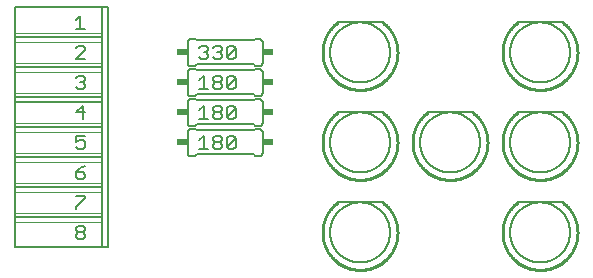
<source format=gbr>
G04 EAGLE Gerber X2 export*
G04 #@! %TF.Part,Single*
G04 #@! %TF.FileFunction,Legend,Top,1*
G04 #@! %TF.FilePolarity,Positive*
G04 #@! %TF.GenerationSoftware,Autodesk,EAGLE,9.0.0*
G04 #@! %TF.CreationDate,2019-08-08T19:07:24Z*
G75*
%MOMM*%
%FSLAX34Y34*%
%LPD*%
%AMOC8*
5,1,8,0,0,1.08239X$1,22.5*%
G01*
%ADD10C,0.152400*%
%ADD11C,0.050800*%
%ADD12C,0.127000*%
%ADD13R,0.863600X0.609600*%
%ADD14C,0.203200*%
%ADD15C,0.254000*%


D10*
X78740Y38100D02*
X73660Y38100D01*
X0Y38100D01*
X0Y59690D01*
X0Y63500D01*
X0Y67310D01*
X0Y85090D01*
X0Y88900D01*
X0Y92710D01*
X0Y110490D01*
X0Y114300D01*
X0Y118110D01*
X0Y135890D01*
X0Y139700D01*
X0Y143510D01*
X0Y161290D01*
X0Y165100D02*
X73660Y165100D01*
X73660Y59690D02*
X73660Y38100D01*
X73660Y59690D02*
X73660Y63500D01*
X73660Y67310D01*
X73660Y85090D01*
X73660Y88900D01*
X73660Y92710D01*
X73660Y110490D01*
X73660Y114300D01*
X73660Y118110D01*
X73660Y135890D01*
X73660Y139700D01*
X73660Y143510D01*
X73660Y161290D01*
X73660Y165100D01*
X73660Y139700D02*
X0Y139700D01*
X0Y114300D02*
X73660Y114300D01*
X73660Y88900D02*
X0Y88900D01*
X0Y63500D02*
X73660Y63500D01*
D11*
X73660Y59690D02*
X0Y59690D01*
X0Y67310D02*
X73660Y67310D01*
X73660Y85090D02*
X0Y85090D01*
X0Y92710D02*
X73660Y92710D01*
X73660Y110490D02*
X0Y110490D01*
X0Y118110D02*
X73660Y118110D01*
X73660Y135890D02*
X0Y135890D01*
X0Y143510D02*
X73660Y143510D01*
D10*
X73660Y161290D02*
X0Y161290D01*
X0Y165100D01*
X0Y168910D01*
D11*
X73660Y168910D01*
D10*
X78740Y241300D02*
X78740Y38100D01*
X0Y168910D02*
X0Y186690D01*
X0Y190500D02*
X73660Y190500D01*
X73660Y168910D02*
X73660Y165100D01*
X73660Y168910D02*
X73660Y186690D01*
X73660Y190500D01*
D11*
X73660Y186690D02*
X0Y186690D01*
D10*
X0Y190500D01*
X0Y194310D01*
X0Y212090D01*
X0Y215900D01*
X73660Y215900D01*
D11*
X73660Y194310D02*
X0Y194310D01*
D10*
X73660Y194310D02*
X73660Y190500D01*
X73660Y194310D02*
X73660Y212090D01*
X73660Y215900D01*
X0Y215900D02*
X0Y219710D01*
X0Y241300D01*
X73660Y241300D01*
X78740Y241300D01*
X73660Y219710D02*
X73660Y215900D01*
X73660Y219710D02*
X73660Y241300D01*
D11*
X73660Y219710D02*
X0Y219710D01*
X0Y212090D02*
X73660Y212090D01*
D12*
X59062Y197485D02*
X51435Y197485D01*
X59062Y205112D01*
X59062Y207018D01*
X57155Y208925D01*
X53342Y208925D01*
X51435Y207018D01*
X53342Y56525D02*
X51435Y54618D01*
X53342Y56525D02*
X57155Y56525D01*
X59062Y54618D01*
X59062Y52712D01*
X57155Y50805D01*
X59062Y48898D01*
X59062Y46992D01*
X57155Y45085D01*
X53342Y45085D01*
X51435Y46992D01*
X51435Y48898D01*
X53342Y50805D01*
X51435Y52712D01*
X51435Y54618D01*
X53342Y50805D02*
X57155Y50805D01*
X51435Y181618D02*
X53342Y183525D01*
X57155Y183525D01*
X59062Y181618D01*
X59062Y179712D01*
X57155Y177805D01*
X55248Y177805D01*
X57155Y177805D02*
X59062Y175898D01*
X59062Y173992D01*
X57155Y172085D01*
X53342Y172085D01*
X51435Y173992D01*
X57155Y158125D02*
X57155Y146685D01*
X51435Y152405D02*
X57155Y158125D01*
X59062Y152405D02*
X51435Y152405D01*
X51435Y132725D02*
X59062Y132725D01*
X51435Y132725D02*
X51435Y127005D01*
X55248Y128912D01*
X57155Y128912D01*
X59062Y127005D01*
X59062Y123192D01*
X57155Y121285D01*
X53342Y121285D01*
X51435Y123192D01*
X59062Y107325D02*
X55248Y105418D01*
X51435Y101605D01*
X51435Y97792D01*
X53342Y95885D01*
X57155Y95885D01*
X59062Y97792D01*
X59062Y99698D01*
X57155Y101605D01*
X51435Y101605D01*
X51435Y81925D02*
X59062Y81925D01*
X59062Y80018D01*
X51435Y72392D01*
X51435Y70485D01*
X51435Y230512D02*
X55248Y234325D01*
X55248Y222885D01*
X51435Y222885D02*
X59062Y222885D01*
D10*
X146050Y212090D02*
X146052Y212190D01*
X146058Y212289D01*
X146068Y212389D01*
X146081Y212487D01*
X146099Y212586D01*
X146120Y212683D01*
X146145Y212779D01*
X146174Y212875D01*
X146207Y212969D01*
X146243Y213062D01*
X146283Y213153D01*
X146327Y213243D01*
X146374Y213331D01*
X146424Y213417D01*
X146478Y213501D01*
X146535Y213583D01*
X146595Y213662D01*
X146659Y213740D01*
X146725Y213814D01*
X146794Y213886D01*
X146866Y213955D01*
X146940Y214021D01*
X147018Y214085D01*
X147097Y214145D01*
X147179Y214202D01*
X147263Y214256D01*
X147349Y214306D01*
X147437Y214353D01*
X147527Y214397D01*
X147618Y214437D01*
X147711Y214473D01*
X147805Y214506D01*
X147901Y214535D01*
X147997Y214560D01*
X148094Y214581D01*
X148193Y214599D01*
X148291Y214612D01*
X148391Y214622D01*
X148490Y214628D01*
X148590Y214630D01*
X146050Y194310D02*
X146052Y194210D01*
X146058Y194111D01*
X146068Y194011D01*
X146081Y193913D01*
X146099Y193814D01*
X146120Y193717D01*
X146145Y193621D01*
X146174Y193525D01*
X146207Y193431D01*
X146243Y193338D01*
X146283Y193247D01*
X146327Y193157D01*
X146374Y193069D01*
X146424Y192983D01*
X146478Y192899D01*
X146535Y192817D01*
X146595Y192738D01*
X146659Y192660D01*
X146725Y192586D01*
X146794Y192514D01*
X146866Y192445D01*
X146940Y192379D01*
X147018Y192315D01*
X147097Y192255D01*
X147179Y192198D01*
X147263Y192144D01*
X147349Y192094D01*
X147437Y192047D01*
X147527Y192003D01*
X147618Y191963D01*
X147711Y191927D01*
X147805Y191894D01*
X147901Y191865D01*
X147997Y191840D01*
X148094Y191819D01*
X148193Y191801D01*
X148291Y191788D01*
X148391Y191778D01*
X148490Y191772D01*
X148590Y191770D01*
X207010Y191770D02*
X207110Y191772D01*
X207209Y191778D01*
X207309Y191788D01*
X207407Y191801D01*
X207506Y191819D01*
X207603Y191840D01*
X207699Y191865D01*
X207795Y191894D01*
X207889Y191927D01*
X207982Y191963D01*
X208073Y192003D01*
X208163Y192047D01*
X208251Y192094D01*
X208337Y192144D01*
X208421Y192198D01*
X208503Y192255D01*
X208582Y192315D01*
X208660Y192379D01*
X208734Y192445D01*
X208806Y192514D01*
X208875Y192586D01*
X208941Y192660D01*
X209005Y192738D01*
X209065Y192817D01*
X209122Y192899D01*
X209176Y192983D01*
X209226Y193069D01*
X209273Y193157D01*
X209317Y193247D01*
X209357Y193338D01*
X209393Y193431D01*
X209426Y193525D01*
X209455Y193621D01*
X209480Y193717D01*
X209501Y193814D01*
X209519Y193913D01*
X209532Y194011D01*
X209542Y194111D01*
X209548Y194210D01*
X209550Y194310D01*
X209550Y212090D02*
X209548Y212190D01*
X209542Y212289D01*
X209532Y212389D01*
X209519Y212487D01*
X209501Y212586D01*
X209480Y212683D01*
X209455Y212779D01*
X209426Y212875D01*
X209393Y212969D01*
X209357Y213062D01*
X209317Y213153D01*
X209273Y213243D01*
X209226Y213331D01*
X209176Y213417D01*
X209122Y213501D01*
X209065Y213583D01*
X209005Y213662D01*
X208941Y213740D01*
X208875Y213814D01*
X208806Y213886D01*
X208734Y213955D01*
X208660Y214021D01*
X208582Y214085D01*
X208503Y214145D01*
X208421Y214202D01*
X208337Y214256D01*
X208251Y214306D01*
X208163Y214353D01*
X208073Y214397D01*
X207982Y214437D01*
X207889Y214473D01*
X207795Y214506D01*
X207699Y214535D01*
X207603Y214560D01*
X207506Y214581D01*
X207407Y214599D01*
X207309Y214612D01*
X207209Y214622D01*
X207110Y214628D01*
X207010Y214630D01*
X146050Y212090D02*
X146050Y194310D01*
X148590Y214630D02*
X152400Y214630D01*
X153670Y213360D01*
X152400Y191770D02*
X148590Y191770D01*
X152400Y191770D02*
X153670Y193040D01*
X201930Y213360D02*
X203200Y214630D01*
X201930Y213360D02*
X153670Y213360D01*
X201930Y193040D02*
X203200Y191770D01*
X201930Y193040D02*
X153670Y193040D01*
X203200Y214630D02*
X207010Y214630D01*
X207010Y191770D02*
X203200Y191770D01*
X209550Y194310D02*
X209550Y212090D01*
D12*
X157736Y208925D02*
X155829Y207018D01*
X157736Y208925D02*
X161549Y208925D01*
X163456Y207018D01*
X163456Y205112D01*
X161549Y203205D01*
X159642Y203205D01*
X161549Y203205D02*
X163456Y201298D01*
X163456Y199392D01*
X161549Y197485D01*
X157736Y197485D01*
X155829Y199392D01*
X167523Y207018D02*
X169430Y208925D01*
X173243Y208925D01*
X175149Y207018D01*
X175149Y205112D01*
X173243Y203205D01*
X171336Y203205D01*
X173243Y203205D02*
X175149Y201298D01*
X175149Y199392D01*
X173243Y197485D01*
X169430Y197485D01*
X167523Y199392D01*
X179217Y199392D02*
X179217Y207018D01*
X181124Y208925D01*
X184937Y208925D01*
X186843Y207018D01*
X186843Y199392D01*
X184937Y197485D01*
X181124Y197485D01*
X179217Y199392D01*
X186843Y207018D01*
D13*
X213868Y203200D03*
X141732Y203200D03*
D14*
X273050Y228600D02*
X311150Y228600D01*
D15*
X311766Y228126D01*
X312371Y227637D01*
X312963Y227133D01*
X313543Y226615D01*
X314110Y226083D01*
X314664Y225537D01*
X315204Y224978D01*
X315730Y224405D01*
X316243Y223820D01*
X316740Y223223D01*
X317223Y222614D01*
X317691Y221993D01*
X318144Y221360D01*
X318581Y220717D01*
X319002Y220063D01*
X319406Y219399D01*
X319795Y218726D01*
X320167Y218043D01*
X320522Y217351D01*
X320860Y216651D01*
X321181Y215943D01*
X321484Y215227D01*
X321770Y214503D01*
X322038Y213774D01*
X322288Y213037D01*
X322519Y212295D01*
X322733Y211547D01*
X322928Y210795D01*
X323105Y210037D01*
X323263Y209276D01*
X323403Y208511D01*
X323523Y207743D01*
X323625Y206972D01*
X323708Y206199D01*
X323772Y205424D01*
X323817Y204648D01*
X323843Y203871D01*
X323850Y203093D01*
X323838Y202316D01*
X323807Y201539D01*
X323756Y200763D01*
X323687Y199988D01*
X323599Y199216D01*
X323492Y198446D01*
X323366Y197678D01*
X323222Y196914D01*
X323058Y196154D01*
X322876Y195398D01*
X322676Y194647D01*
X322458Y193900D01*
X322221Y193160D01*
X321966Y192425D01*
X321693Y191697D01*
X321402Y190976D01*
X321094Y190262D01*
X320769Y189556D01*
X320426Y188858D01*
X320066Y188168D01*
X319690Y187488D01*
X319297Y186817D01*
X318887Y186156D01*
X318462Y185505D01*
X318021Y184865D01*
X317564Y184236D01*
X317092Y183618D01*
X316605Y183012D01*
X316103Y182418D01*
X315587Y181836D01*
X315057Y181267D01*
X314513Y180712D01*
X313955Y180169D01*
X313385Y179641D01*
X312802Y179127D01*
X312206Y178627D01*
X311598Y178142D01*
X310979Y177672D01*
X310348Y177218D01*
X309706Y176779D01*
X309054Y176355D01*
X308391Y175948D01*
X307719Y175557D01*
X307037Y175183D01*
X306347Y174826D01*
X305648Y174486D01*
X304940Y174162D01*
X304226Y173857D01*
X303503Y173568D01*
X302774Y173298D01*
X302039Y173046D01*
X301297Y172811D01*
X300550Y172595D01*
X299798Y172397D01*
X299042Y172218D01*
X298281Y172057D01*
X297517Y171915D01*
X296749Y171792D01*
X295978Y171688D01*
X295205Y171602D01*
X294431Y171536D01*
X293655Y171488D01*
X292878Y171460D01*
X292100Y171450D01*
X291322Y171460D01*
X290545Y171488D01*
X289769Y171536D01*
X288995Y171602D01*
X288222Y171688D01*
X287451Y171792D01*
X286683Y171915D01*
X285919Y172057D01*
X285158Y172218D01*
X284402Y172397D01*
X283650Y172595D01*
X282903Y172811D01*
X282161Y173046D01*
X281426Y173298D01*
X280697Y173568D01*
X279974Y173857D01*
X279260Y174162D01*
X278552Y174486D01*
X277853Y174826D01*
X277163Y175183D01*
X276481Y175557D01*
X275809Y175948D01*
X275146Y176355D01*
X274494Y176779D01*
X273852Y177218D01*
X273221Y177672D01*
X272602Y178142D01*
X271994Y178627D01*
X271398Y179127D01*
X270815Y179641D01*
X270245Y180169D01*
X269687Y180712D01*
X269143Y181267D01*
X268613Y181836D01*
X268097Y182418D01*
X267595Y183012D01*
X267108Y183618D01*
X266636Y184236D01*
X266179Y184865D01*
X265738Y185505D01*
X265313Y186156D01*
X264903Y186817D01*
X264510Y187488D01*
X264134Y188168D01*
X263774Y188858D01*
X263431Y189556D01*
X263106Y190262D01*
X262798Y190976D01*
X262507Y191697D01*
X262234Y192425D01*
X261979Y193160D01*
X261742Y193900D01*
X261524Y194647D01*
X261324Y195398D01*
X261142Y196154D01*
X260978Y196914D01*
X260834Y197678D01*
X260708Y198446D01*
X260601Y199216D01*
X260513Y199988D01*
X260444Y200763D01*
X260393Y201539D01*
X260362Y202316D01*
X260350Y203093D01*
X260357Y203871D01*
X260383Y204648D01*
X260428Y205424D01*
X260492Y206199D01*
X260575Y206972D01*
X260677Y207743D01*
X260797Y208511D01*
X260937Y209276D01*
X261095Y210037D01*
X261272Y210795D01*
X261467Y211547D01*
X261681Y212295D01*
X261912Y213037D01*
X262162Y213774D01*
X262430Y214503D01*
X262716Y215227D01*
X263019Y215943D01*
X263340Y216651D01*
X263678Y217351D01*
X264033Y218043D01*
X264405Y218726D01*
X264794Y219399D01*
X265198Y220063D01*
X265619Y220717D01*
X266056Y221360D01*
X266509Y221993D01*
X266977Y222614D01*
X267460Y223223D01*
X267957Y223820D01*
X268470Y224405D01*
X268996Y224978D01*
X269536Y225537D01*
X270090Y226083D01*
X270657Y226615D01*
X271237Y227133D01*
X271829Y227637D01*
X272434Y228126D01*
X273050Y228600D01*
D10*
X266700Y203200D02*
X266708Y203823D01*
X266731Y204446D01*
X266769Y205069D01*
X266822Y205690D01*
X266891Y206309D01*
X266975Y206927D01*
X267074Y207542D01*
X267188Y208155D01*
X267317Y208765D01*
X267461Y209372D01*
X267620Y209975D01*
X267794Y210573D01*
X267982Y211168D01*
X268185Y211757D01*
X268402Y212341D01*
X268633Y212920D01*
X268879Y213493D01*
X269139Y214060D01*
X269412Y214620D01*
X269699Y215173D01*
X270000Y215720D01*
X270314Y216258D01*
X270641Y216789D01*
X270981Y217311D01*
X271333Y217826D01*
X271699Y218331D01*
X272076Y218827D01*
X272466Y219314D01*
X272867Y219791D01*
X273280Y220258D01*
X273704Y220714D01*
X274139Y221161D01*
X274586Y221596D01*
X275042Y222020D01*
X275509Y222433D01*
X275986Y222834D01*
X276473Y223224D01*
X276969Y223601D01*
X277474Y223967D01*
X277989Y224319D01*
X278511Y224659D01*
X279042Y224986D01*
X279580Y225300D01*
X280127Y225601D01*
X280680Y225888D01*
X281240Y226161D01*
X281807Y226421D01*
X282380Y226667D01*
X282959Y226898D01*
X283543Y227115D01*
X284132Y227318D01*
X284727Y227506D01*
X285325Y227680D01*
X285928Y227839D01*
X286535Y227983D01*
X287145Y228112D01*
X287758Y228226D01*
X288373Y228325D01*
X288991Y228409D01*
X289610Y228478D01*
X290231Y228531D01*
X290854Y228569D01*
X291477Y228592D01*
X292100Y228600D01*
X292723Y228592D01*
X293346Y228569D01*
X293969Y228531D01*
X294590Y228478D01*
X295209Y228409D01*
X295827Y228325D01*
X296442Y228226D01*
X297055Y228112D01*
X297665Y227983D01*
X298272Y227839D01*
X298875Y227680D01*
X299473Y227506D01*
X300068Y227318D01*
X300657Y227115D01*
X301241Y226898D01*
X301820Y226667D01*
X302393Y226421D01*
X302960Y226161D01*
X303520Y225888D01*
X304073Y225601D01*
X304620Y225300D01*
X305158Y224986D01*
X305689Y224659D01*
X306211Y224319D01*
X306726Y223967D01*
X307231Y223601D01*
X307727Y223224D01*
X308214Y222834D01*
X308691Y222433D01*
X309158Y222020D01*
X309614Y221596D01*
X310061Y221161D01*
X310496Y220714D01*
X310920Y220258D01*
X311333Y219791D01*
X311734Y219314D01*
X312124Y218827D01*
X312501Y218331D01*
X312867Y217826D01*
X313219Y217311D01*
X313559Y216789D01*
X313886Y216258D01*
X314200Y215720D01*
X314501Y215173D01*
X314788Y214620D01*
X315061Y214060D01*
X315321Y213493D01*
X315567Y212920D01*
X315798Y212341D01*
X316015Y211757D01*
X316218Y211168D01*
X316406Y210573D01*
X316580Y209975D01*
X316739Y209372D01*
X316883Y208765D01*
X317012Y208155D01*
X317126Y207542D01*
X317225Y206927D01*
X317309Y206309D01*
X317378Y205690D01*
X317431Y205069D01*
X317469Y204446D01*
X317492Y203823D01*
X317500Y203200D01*
X317492Y202577D01*
X317469Y201954D01*
X317431Y201331D01*
X317378Y200710D01*
X317309Y200091D01*
X317225Y199473D01*
X317126Y198858D01*
X317012Y198245D01*
X316883Y197635D01*
X316739Y197028D01*
X316580Y196425D01*
X316406Y195827D01*
X316218Y195232D01*
X316015Y194643D01*
X315798Y194059D01*
X315567Y193480D01*
X315321Y192907D01*
X315061Y192340D01*
X314788Y191780D01*
X314501Y191227D01*
X314200Y190680D01*
X313886Y190142D01*
X313559Y189611D01*
X313219Y189089D01*
X312867Y188574D01*
X312501Y188069D01*
X312124Y187573D01*
X311734Y187086D01*
X311333Y186609D01*
X310920Y186142D01*
X310496Y185686D01*
X310061Y185239D01*
X309614Y184804D01*
X309158Y184380D01*
X308691Y183967D01*
X308214Y183566D01*
X307727Y183176D01*
X307231Y182799D01*
X306726Y182433D01*
X306211Y182081D01*
X305689Y181741D01*
X305158Y181414D01*
X304620Y181100D01*
X304073Y180799D01*
X303520Y180512D01*
X302960Y180239D01*
X302393Y179979D01*
X301820Y179733D01*
X301241Y179502D01*
X300657Y179285D01*
X300068Y179082D01*
X299473Y178894D01*
X298875Y178720D01*
X298272Y178561D01*
X297665Y178417D01*
X297055Y178288D01*
X296442Y178174D01*
X295827Y178075D01*
X295209Y177991D01*
X294590Y177922D01*
X293969Y177869D01*
X293346Y177831D01*
X292723Y177808D01*
X292100Y177800D01*
X291477Y177808D01*
X290854Y177831D01*
X290231Y177869D01*
X289610Y177922D01*
X288991Y177991D01*
X288373Y178075D01*
X287758Y178174D01*
X287145Y178288D01*
X286535Y178417D01*
X285928Y178561D01*
X285325Y178720D01*
X284727Y178894D01*
X284132Y179082D01*
X283543Y179285D01*
X282959Y179502D01*
X282380Y179733D01*
X281807Y179979D01*
X281240Y180239D01*
X280680Y180512D01*
X280127Y180799D01*
X279580Y181100D01*
X279042Y181414D01*
X278511Y181741D01*
X277989Y182081D01*
X277474Y182433D01*
X276969Y182799D01*
X276473Y183176D01*
X275986Y183566D01*
X275509Y183967D01*
X275042Y184380D01*
X274586Y184804D01*
X274139Y185239D01*
X273704Y185686D01*
X273280Y186142D01*
X272867Y186609D01*
X272466Y187086D01*
X272076Y187573D01*
X271699Y188069D01*
X271333Y188574D01*
X270981Y189089D01*
X270641Y189611D01*
X270314Y190142D01*
X270000Y190680D01*
X269699Y191227D01*
X269412Y191780D01*
X269139Y192340D01*
X268879Y192907D01*
X268633Y193480D01*
X268402Y194059D01*
X268185Y194643D01*
X267982Y195232D01*
X267794Y195827D01*
X267620Y196425D01*
X267461Y197028D01*
X267317Y197635D01*
X267188Y198245D01*
X267074Y198858D01*
X266975Y199473D01*
X266891Y200091D01*
X266822Y200710D01*
X266769Y201331D01*
X266731Y201954D01*
X266708Y202577D01*
X266700Y203200D01*
D14*
X273050Y152400D02*
X311150Y152400D01*
D15*
X311766Y151926D01*
X312371Y151437D01*
X312963Y150933D01*
X313543Y150415D01*
X314110Y149883D01*
X314664Y149337D01*
X315204Y148778D01*
X315730Y148205D01*
X316243Y147620D01*
X316740Y147023D01*
X317223Y146414D01*
X317691Y145793D01*
X318144Y145160D01*
X318581Y144517D01*
X319002Y143863D01*
X319406Y143199D01*
X319795Y142526D01*
X320167Y141843D01*
X320522Y141151D01*
X320860Y140451D01*
X321181Y139743D01*
X321484Y139027D01*
X321770Y138303D01*
X322038Y137574D01*
X322288Y136837D01*
X322519Y136095D01*
X322733Y135347D01*
X322928Y134595D01*
X323105Y133837D01*
X323263Y133076D01*
X323403Y132311D01*
X323523Y131543D01*
X323625Y130772D01*
X323708Y129999D01*
X323772Y129224D01*
X323817Y128448D01*
X323843Y127671D01*
X323850Y126893D01*
X323838Y126116D01*
X323807Y125339D01*
X323756Y124563D01*
X323687Y123788D01*
X323599Y123016D01*
X323492Y122246D01*
X323366Y121478D01*
X323222Y120714D01*
X323058Y119954D01*
X322876Y119198D01*
X322676Y118447D01*
X322458Y117700D01*
X322221Y116960D01*
X321966Y116225D01*
X321693Y115497D01*
X321402Y114776D01*
X321094Y114062D01*
X320769Y113356D01*
X320426Y112658D01*
X320066Y111968D01*
X319690Y111288D01*
X319297Y110617D01*
X318887Y109956D01*
X318462Y109305D01*
X318021Y108665D01*
X317564Y108036D01*
X317092Y107418D01*
X316605Y106812D01*
X316103Y106218D01*
X315587Y105636D01*
X315057Y105067D01*
X314513Y104512D01*
X313955Y103969D01*
X313385Y103441D01*
X312802Y102927D01*
X312206Y102427D01*
X311598Y101942D01*
X310979Y101472D01*
X310348Y101018D01*
X309706Y100579D01*
X309054Y100155D01*
X308391Y99748D01*
X307719Y99357D01*
X307037Y98983D01*
X306347Y98626D01*
X305648Y98286D01*
X304940Y97962D01*
X304226Y97657D01*
X303503Y97368D01*
X302774Y97098D01*
X302039Y96846D01*
X301297Y96611D01*
X300550Y96395D01*
X299798Y96197D01*
X299042Y96018D01*
X298281Y95857D01*
X297517Y95715D01*
X296749Y95592D01*
X295978Y95488D01*
X295205Y95402D01*
X294431Y95336D01*
X293655Y95288D01*
X292878Y95260D01*
X292100Y95250D01*
X291322Y95260D01*
X290545Y95288D01*
X289769Y95336D01*
X288995Y95402D01*
X288222Y95488D01*
X287451Y95592D01*
X286683Y95715D01*
X285919Y95857D01*
X285158Y96018D01*
X284402Y96197D01*
X283650Y96395D01*
X282903Y96611D01*
X282161Y96846D01*
X281426Y97098D01*
X280697Y97368D01*
X279974Y97657D01*
X279260Y97962D01*
X278552Y98286D01*
X277853Y98626D01*
X277163Y98983D01*
X276481Y99357D01*
X275809Y99748D01*
X275146Y100155D01*
X274494Y100579D01*
X273852Y101018D01*
X273221Y101472D01*
X272602Y101942D01*
X271994Y102427D01*
X271398Y102927D01*
X270815Y103441D01*
X270245Y103969D01*
X269687Y104512D01*
X269143Y105067D01*
X268613Y105636D01*
X268097Y106218D01*
X267595Y106812D01*
X267108Y107418D01*
X266636Y108036D01*
X266179Y108665D01*
X265738Y109305D01*
X265313Y109956D01*
X264903Y110617D01*
X264510Y111288D01*
X264134Y111968D01*
X263774Y112658D01*
X263431Y113356D01*
X263106Y114062D01*
X262798Y114776D01*
X262507Y115497D01*
X262234Y116225D01*
X261979Y116960D01*
X261742Y117700D01*
X261524Y118447D01*
X261324Y119198D01*
X261142Y119954D01*
X260978Y120714D01*
X260834Y121478D01*
X260708Y122246D01*
X260601Y123016D01*
X260513Y123788D01*
X260444Y124563D01*
X260393Y125339D01*
X260362Y126116D01*
X260350Y126893D01*
X260357Y127671D01*
X260383Y128448D01*
X260428Y129224D01*
X260492Y129999D01*
X260575Y130772D01*
X260677Y131543D01*
X260797Y132311D01*
X260937Y133076D01*
X261095Y133837D01*
X261272Y134595D01*
X261467Y135347D01*
X261681Y136095D01*
X261912Y136837D01*
X262162Y137574D01*
X262430Y138303D01*
X262716Y139027D01*
X263019Y139743D01*
X263340Y140451D01*
X263678Y141151D01*
X264033Y141843D01*
X264405Y142526D01*
X264794Y143199D01*
X265198Y143863D01*
X265619Y144517D01*
X266056Y145160D01*
X266509Y145793D01*
X266977Y146414D01*
X267460Y147023D01*
X267957Y147620D01*
X268470Y148205D01*
X268996Y148778D01*
X269536Y149337D01*
X270090Y149883D01*
X270657Y150415D01*
X271237Y150933D01*
X271829Y151437D01*
X272434Y151926D01*
X273050Y152400D01*
D10*
X266700Y127000D02*
X266708Y127623D01*
X266731Y128246D01*
X266769Y128869D01*
X266822Y129490D01*
X266891Y130109D01*
X266975Y130727D01*
X267074Y131342D01*
X267188Y131955D01*
X267317Y132565D01*
X267461Y133172D01*
X267620Y133775D01*
X267794Y134373D01*
X267982Y134968D01*
X268185Y135557D01*
X268402Y136141D01*
X268633Y136720D01*
X268879Y137293D01*
X269139Y137860D01*
X269412Y138420D01*
X269699Y138973D01*
X270000Y139520D01*
X270314Y140058D01*
X270641Y140589D01*
X270981Y141111D01*
X271333Y141626D01*
X271699Y142131D01*
X272076Y142627D01*
X272466Y143114D01*
X272867Y143591D01*
X273280Y144058D01*
X273704Y144514D01*
X274139Y144961D01*
X274586Y145396D01*
X275042Y145820D01*
X275509Y146233D01*
X275986Y146634D01*
X276473Y147024D01*
X276969Y147401D01*
X277474Y147767D01*
X277989Y148119D01*
X278511Y148459D01*
X279042Y148786D01*
X279580Y149100D01*
X280127Y149401D01*
X280680Y149688D01*
X281240Y149961D01*
X281807Y150221D01*
X282380Y150467D01*
X282959Y150698D01*
X283543Y150915D01*
X284132Y151118D01*
X284727Y151306D01*
X285325Y151480D01*
X285928Y151639D01*
X286535Y151783D01*
X287145Y151912D01*
X287758Y152026D01*
X288373Y152125D01*
X288991Y152209D01*
X289610Y152278D01*
X290231Y152331D01*
X290854Y152369D01*
X291477Y152392D01*
X292100Y152400D01*
X292723Y152392D01*
X293346Y152369D01*
X293969Y152331D01*
X294590Y152278D01*
X295209Y152209D01*
X295827Y152125D01*
X296442Y152026D01*
X297055Y151912D01*
X297665Y151783D01*
X298272Y151639D01*
X298875Y151480D01*
X299473Y151306D01*
X300068Y151118D01*
X300657Y150915D01*
X301241Y150698D01*
X301820Y150467D01*
X302393Y150221D01*
X302960Y149961D01*
X303520Y149688D01*
X304073Y149401D01*
X304620Y149100D01*
X305158Y148786D01*
X305689Y148459D01*
X306211Y148119D01*
X306726Y147767D01*
X307231Y147401D01*
X307727Y147024D01*
X308214Y146634D01*
X308691Y146233D01*
X309158Y145820D01*
X309614Y145396D01*
X310061Y144961D01*
X310496Y144514D01*
X310920Y144058D01*
X311333Y143591D01*
X311734Y143114D01*
X312124Y142627D01*
X312501Y142131D01*
X312867Y141626D01*
X313219Y141111D01*
X313559Y140589D01*
X313886Y140058D01*
X314200Y139520D01*
X314501Y138973D01*
X314788Y138420D01*
X315061Y137860D01*
X315321Y137293D01*
X315567Y136720D01*
X315798Y136141D01*
X316015Y135557D01*
X316218Y134968D01*
X316406Y134373D01*
X316580Y133775D01*
X316739Y133172D01*
X316883Y132565D01*
X317012Y131955D01*
X317126Y131342D01*
X317225Y130727D01*
X317309Y130109D01*
X317378Y129490D01*
X317431Y128869D01*
X317469Y128246D01*
X317492Y127623D01*
X317500Y127000D01*
X317492Y126377D01*
X317469Y125754D01*
X317431Y125131D01*
X317378Y124510D01*
X317309Y123891D01*
X317225Y123273D01*
X317126Y122658D01*
X317012Y122045D01*
X316883Y121435D01*
X316739Y120828D01*
X316580Y120225D01*
X316406Y119627D01*
X316218Y119032D01*
X316015Y118443D01*
X315798Y117859D01*
X315567Y117280D01*
X315321Y116707D01*
X315061Y116140D01*
X314788Y115580D01*
X314501Y115027D01*
X314200Y114480D01*
X313886Y113942D01*
X313559Y113411D01*
X313219Y112889D01*
X312867Y112374D01*
X312501Y111869D01*
X312124Y111373D01*
X311734Y110886D01*
X311333Y110409D01*
X310920Y109942D01*
X310496Y109486D01*
X310061Y109039D01*
X309614Y108604D01*
X309158Y108180D01*
X308691Y107767D01*
X308214Y107366D01*
X307727Y106976D01*
X307231Y106599D01*
X306726Y106233D01*
X306211Y105881D01*
X305689Y105541D01*
X305158Y105214D01*
X304620Y104900D01*
X304073Y104599D01*
X303520Y104312D01*
X302960Y104039D01*
X302393Y103779D01*
X301820Y103533D01*
X301241Y103302D01*
X300657Y103085D01*
X300068Y102882D01*
X299473Y102694D01*
X298875Y102520D01*
X298272Y102361D01*
X297665Y102217D01*
X297055Y102088D01*
X296442Y101974D01*
X295827Y101875D01*
X295209Y101791D01*
X294590Y101722D01*
X293969Y101669D01*
X293346Y101631D01*
X292723Y101608D01*
X292100Y101600D01*
X291477Y101608D01*
X290854Y101631D01*
X290231Y101669D01*
X289610Y101722D01*
X288991Y101791D01*
X288373Y101875D01*
X287758Y101974D01*
X287145Y102088D01*
X286535Y102217D01*
X285928Y102361D01*
X285325Y102520D01*
X284727Y102694D01*
X284132Y102882D01*
X283543Y103085D01*
X282959Y103302D01*
X282380Y103533D01*
X281807Y103779D01*
X281240Y104039D01*
X280680Y104312D01*
X280127Y104599D01*
X279580Y104900D01*
X279042Y105214D01*
X278511Y105541D01*
X277989Y105881D01*
X277474Y106233D01*
X276969Y106599D01*
X276473Y106976D01*
X275986Y107366D01*
X275509Y107767D01*
X275042Y108180D01*
X274586Y108604D01*
X274139Y109039D01*
X273704Y109486D01*
X273280Y109942D01*
X272867Y110409D01*
X272466Y110886D01*
X272076Y111373D01*
X271699Y111869D01*
X271333Y112374D01*
X270981Y112889D01*
X270641Y113411D01*
X270314Y113942D01*
X270000Y114480D01*
X269699Y115027D01*
X269412Y115580D01*
X269139Y116140D01*
X268879Y116707D01*
X268633Y117280D01*
X268402Y117859D01*
X268185Y118443D01*
X267982Y119032D01*
X267794Y119627D01*
X267620Y120225D01*
X267461Y120828D01*
X267317Y121435D01*
X267188Y122045D01*
X267074Y122658D01*
X266975Y123273D01*
X266891Y123891D01*
X266822Y124510D01*
X266769Y125131D01*
X266731Y125754D01*
X266708Y126377D01*
X266700Y127000D01*
D14*
X273050Y76200D02*
X311150Y76200D01*
D15*
X311766Y75726D01*
X312371Y75237D01*
X312963Y74733D01*
X313543Y74215D01*
X314110Y73683D01*
X314664Y73137D01*
X315204Y72578D01*
X315730Y72005D01*
X316243Y71420D01*
X316740Y70823D01*
X317223Y70214D01*
X317691Y69593D01*
X318144Y68960D01*
X318581Y68317D01*
X319002Y67663D01*
X319406Y66999D01*
X319795Y66326D01*
X320167Y65643D01*
X320522Y64951D01*
X320860Y64251D01*
X321181Y63543D01*
X321484Y62827D01*
X321770Y62103D01*
X322038Y61374D01*
X322288Y60637D01*
X322519Y59895D01*
X322733Y59147D01*
X322928Y58395D01*
X323105Y57637D01*
X323263Y56876D01*
X323403Y56111D01*
X323523Y55343D01*
X323625Y54572D01*
X323708Y53799D01*
X323772Y53024D01*
X323817Y52248D01*
X323843Y51471D01*
X323850Y50693D01*
X323838Y49916D01*
X323807Y49139D01*
X323756Y48363D01*
X323687Y47588D01*
X323599Y46816D01*
X323492Y46046D01*
X323366Y45278D01*
X323222Y44514D01*
X323058Y43754D01*
X322876Y42998D01*
X322676Y42247D01*
X322458Y41500D01*
X322221Y40760D01*
X321966Y40025D01*
X321693Y39297D01*
X321402Y38576D01*
X321094Y37862D01*
X320769Y37156D01*
X320426Y36458D01*
X320066Y35768D01*
X319690Y35088D01*
X319297Y34417D01*
X318887Y33756D01*
X318462Y33105D01*
X318021Y32465D01*
X317564Y31836D01*
X317092Y31218D01*
X316605Y30612D01*
X316103Y30018D01*
X315587Y29436D01*
X315057Y28867D01*
X314513Y28312D01*
X313955Y27769D01*
X313385Y27241D01*
X312802Y26727D01*
X312206Y26227D01*
X311598Y25742D01*
X310979Y25272D01*
X310348Y24818D01*
X309706Y24379D01*
X309054Y23955D01*
X308391Y23548D01*
X307719Y23157D01*
X307037Y22783D01*
X306347Y22426D01*
X305648Y22086D01*
X304940Y21762D01*
X304226Y21457D01*
X303503Y21168D01*
X302774Y20898D01*
X302039Y20646D01*
X301297Y20411D01*
X300550Y20195D01*
X299798Y19997D01*
X299042Y19818D01*
X298281Y19657D01*
X297517Y19515D01*
X296749Y19392D01*
X295978Y19288D01*
X295205Y19202D01*
X294431Y19136D01*
X293655Y19088D01*
X292878Y19060D01*
X292100Y19050D01*
X291322Y19060D01*
X290545Y19088D01*
X289769Y19136D01*
X288995Y19202D01*
X288222Y19288D01*
X287451Y19392D01*
X286683Y19515D01*
X285919Y19657D01*
X285158Y19818D01*
X284402Y19997D01*
X283650Y20195D01*
X282903Y20411D01*
X282161Y20646D01*
X281426Y20898D01*
X280697Y21168D01*
X279974Y21457D01*
X279260Y21762D01*
X278552Y22086D01*
X277853Y22426D01*
X277163Y22783D01*
X276481Y23157D01*
X275809Y23548D01*
X275146Y23955D01*
X274494Y24379D01*
X273852Y24818D01*
X273221Y25272D01*
X272602Y25742D01*
X271994Y26227D01*
X271398Y26727D01*
X270815Y27241D01*
X270245Y27769D01*
X269687Y28312D01*
X269143Y28867D01*
X268613Y29436D01*
X268097Y30018D01*
X267595Y30612D01*
X267108Y31218D01*
X266636Y31836D01*
X266179Y32465D01*
X265738Y33105D01*
X265313Y33756D01*
X264903Y34417D01*
X264510Y35088D01*
X264134Y35768D01*
X263774Y36458D01*
X263431Y37156D01*
X263106Y37862D01*
X262798Y38576D01*
X262507Y39297D01*
X262234Y40025D01*
X261979Y40760D01*
X261742Y41500D01*
X261524Y42247D01*
X261324Y42998D01*
X261142Y43754D01*
X260978Y44514D01*
X260834Y45278D01*
X260708Y46046D01*
X260601Y46816D01*
X260513Y47588D01*
X260444Y48363D01*
X260393Y49139D01*
X260362Y49916D01*
X260350Y50693D01*
X260357Y51471D01*
X260383Y52248D01*
X260428Y53024D01*
X260492Y53799D01*
X260575Y54572D01*
X260677Y55343D01*
X260797Y56111D01*
X260937Y56876D01*
X261095Y57637D01*
X261272Y58395D01*
X261467Y59147D01*
X261681Y59895D01*
X261912Y60637D01*
X262162Y61374D01*
X262430Y62103D01*
X262716Y62827D01*
X263019Y63543D01*
X263340Y64251D01*
X263678Y64951D01*
X264033Y65643D01*
X264405Y66326D01*
X264794Y66999D01*
X265198Y67663D01*
X265619Y68317D01*
X266056Y68960D01*
X266509Y69593D01*
X266977Y70214D01*
X267460Y70823D01*
X267957Y71420D01*
X268470Y72005D01*
X268996Y72578D01*
X269536Y73137D01*
X270090Y73683D01*
X270657Y74215D01*
X271237Y74733D01*
X271829Y75237D01*
X272434Y75726D01*
X273050Y76200D01*
D10*
X266700Y50800D02*
X266708Y51423D01*
X266731Y52046D01*
X266769Y52669D01*
X266822Y53290D01*
X266891Y53909D01*
X266975Y54527D01*
X267074Y55142D01*
X267188Y55755D01*
X267317Y56365D01*
X267461Y56972D01*
X267620Y57575D01*
X267794Y58173D01*
X267982Y58768D01*
X268185Y59357D01*
X268402Y59941D01*
X268633Y60520D01*
X268879Y61093D01*
X269139Y61660D01*
X269412Y62220D01*
X269699Y62773D01*
X270000Y63320D01*
X270314Y63858D01*
X270641Y64389D01*
X270981Y64911D01*
X271333Y65426D01*
X271699Y65931D01*
X272076Y66427D01*
X272466Y66914D01*
X272867Y67391D01*
X273280Y67858D01*
X273704Y68314D01*
X274139Y68761D01*
X274586Y69196D01*
X275042Y69620D01*
X275509Y70033D01*
X275986Y70434D01*
X276473Y70824D01*
X276969Y71201D01*
X277474Y71567D01*
X277989Y71919D01*
X278511Y72259D01*
X279042Y72586D01*
X279580Y72900D01*
X280127Y73201D01*
X280680Y73488D01*
X281240Y73761D01*
X281807Y74021D01*
X282380Y74267D01*
X282959Y74498D01*
X283543Y74715D01*
X284132Y74918D01*
X284727Y75106D01*
X285325Y75280D01*
X285928Y75439D01*
X286535Y75583D01*
X287145Y75712D01*
X287758Y75826D01*
X288373Y75925D01*
X288991Y76009D01*
X289610Y76078D01*
X290231Y76131D01*
X290854Y76169D01*
X291477Y76192D01*
X292100Y76200D01*
X292723Y76192D01*
X293346Y76169D01*
X293969Y76131D01*
X294590Y76078D01*
X295209Y76009D01*
X295827Y75925D01*
X296442Y75826D01*
X297055Y75712D01*
X297665Y75583D01*
X298272Y75439D01*
X298875Y75280D01*
X299473Y75106D01*
X300068Y74918D01*
X300657Y74715D01*
X301241Y74498D01*
X301820Y74267D01*
X302393Y74021D01*
X302960Y73761D01*
X303520Y73488D01*
X304073Y73201D01*
X304620Y72900D01*
X305158Y72586D01*
X305689Y72259D01*
X306211Y71919D01*
X306726Y71567D01*
X307231Y71201D01*
X307727Y70824D01*
X308214Y70434D01*
X308691Y70033D01*
X309158Y69620D01*
X309614Y69196D01*
X310061Y68761D01*
X310496Y68314D01*
X310920Y67858D01*
X311333Y67391D01*
X311734Y66914D01*
X312124Y66427D01*
X312501Y65931D01*
X312867Y65426D01*
X313219Y64911D01*
X313559Y64389D01*
X313886Y63858D01*
X314200Y63320D01*
X314501Y62773D01*
X314788Y62220D01*
X315061Y61660D01*
X315321Y61093D01*
X315567Y60520D01*
X315798Y59941D01*
X316015Y59357D01*
X316218Y58768D01*
X316406Y58173D01*
X316580Y57575D01*
X316739Y56972D01*
X316883Y56365D01*
X317012Y55755D01*
X317126Y55142D01*
X317225Y54527D01*
X317309Y53909D01*
X317378Y53290D01*
X317431Y52669D01*
X317469Y52046D01*
X317492Y51423D01*
X317500Y50800D01*
X317492Y50177D01*
X317469Y49554D01*
X317431Y48931D01*
X317378Y48310D01*
X317309Y47691D01*
X317225Y47073D01*
X317126Y46458D01*
X317012Y45845D01*
X316883Y45235D01*
X316739Y44628D01*
X316580Y44025D01*
X316406Y43427D01*
X316218Y42832D01*
X316015Y42243D01*
X315798Y41659D01*
X315567Y41080D01*
X315321Y40507D01*
X315061Y39940D01*
X314788Y39380D01*
X314501Y38827D01*
X314200Y38280D01*
X313886Y37742D01*
X313559Y37211D01*
X313219Y36689D01*
X312867Y36174D01*
X312501Y35669D01*
X312124Y35173D01*
X311734Y34686D01*
X311333Y34209D01*
X310920Y33742D01*
X310496Y33286D01*
X310061Y32839D01*
X309614Y32404D01*
X309158Y31980D01*
X308691Y31567D01*
X308214Y31166D01*
X307727Y30776D01*
X307231Y30399D01*
X306726Y30033D01*
X306211Y29681D01*
X305689Y29341D01*
X305158Y29014D01*
X304620Y28700D01*
X304073Y28399D01*
X303520Y28112D01*
X302960Y27839D01*
X302393Y27579D01*
X301820Y27333D01*
X301241Y27102D01*
X300657Y26885D01*
X300068Y26682D01*
X299473Y26494D01*
X298875Y26320D01*
X298272Y26161D01*
X297665Y26017D01*
X297055Y25888D01*
X296442Y25774D01*
X295827Y25675D01*
X295209Y25591D01*
X294590Y25522D01*
X293969Y25469D01*
X293346Y25431D01*
X292723Y25408D01*
X292100Y25400D01*
X291477Y25408D01*
X290854Y25431D01*
X290231Y25469D01*
X289610Y25522D01*
X288991Y25591D01*
X288373Y25675D01*
X287758Y25774D01*
X287145Y25888D01*
X286535Y26017D01*
X285928Y26161D01*
X285325Y26320D01*
X284727Y26494D01*
X284132Y26682D01*
X283543Y26885D01*
X282959Y27102D01*
X282380Y27333D01*
X281807Y27579D01*
X281240Y27839D01*
X280680Y28112D01*
X280127Y28399D01*
X279580Y28700D01*
X279042Y29014D01*
X278511Y29341D01*
X277989Y29681D01*
X277474Y30033D01*
X276969Y30399D01*
X276473Y30776D01*
X275986Y31166D01*
X275509Y31567D01*
X275042Y31980D01*
X274586Y32404D01*
X274139Y32839D01*
X273704Y33286D01*
X273280Y33742D01*
X272867Y34209D01*
X272466Y34686D01*
X272076Y35173D01*
X271699Y35669D01*
X271333Y36174D01*
X270981Y36689D01*
X270641Y37211D01*
X270314Y37742D01*
X270000Y38280D01*
X269699Y38827D01*
X269412Y39380D01*
X269139Y39940D01*
X268879Y40507D01*
X268633Y41080D01*
X268402Y41659D01*
X268185Y42243D01*
X267982Y42832D01*
X267794Y43427D01*
X267620Y44025D01*
X267461Y44628D01*
X267317Y45235D01*
X267188Y45845D01*
X267074Y46458D01*
X266975Y47073D01*
X266891Y47691D01*
X266822Y48310D01*
X266769Y48931D01*
X266731Y49554D01*
X266708Y50177D01*
X266700Y50800D01*
D14*
X349250Y152400D02*
X387350Y152400D01*
D15*
X387966Y151926D01*
X388571Y151437D01*
X389163Y150933D01*
X389743Y150415D01*
X390310Y149883D01*
X390864Y149337D01*
X391404Y148778D01*
X391930Y148205D01*
X392443Y147620D01*
X392940Y147023D01*
X393423Y146414D01*
X393891Y145793D01*
X394344Y145160D01*
X394781Y144517D01*
X395202Y143863D01*
X395606Y143199D01*
X395995Y142526D01*
X396367Y141843D01*
X396722Y141151D01*
X397060Y140451D01*
X397381Y139743D01*
X397684Y139027D01*
X397970Y138303D01*
X398238Y137574D01*
X398488Y136837D01*
X398719Y136095D01*
X398933Y135347D01*
X399128Y134595D01*
X399305Y133837D01*
X399463Y133076D01*
X399603Y132311D01*
X399723Y131543D01*
X399825Y130772D01*
X399908Y129999D01*
X399972Y129224D01*
X400017Y128448D01*
X400043Y127671D01*
X400050Y126893D01*
X400038Y126116D01*
X400007Y125339D01*
X399956Y124563D01*
X399887Y123788D01*
X399799Y123016D01*
X399692Y122246D01*
X399566Y121478D01*
X399422Y120714D01*
X399258Y119954D01*
X399076Y119198D01*
X398876Y118447D01*
X398658Y117700D01*
X398421Y116960D01*
X398166Y116225D01*
X397893Y115497D01*
X397602Y114776D01*
X397294Y114062D01*
X396969Y113356D01*
X396626Y112658D01*
X396266Y111968D01*
X395890Y111288D01*
X395497Y110617D01*
X395087Y109956D01*
X394662Y109305D01*
X394221Y108665D01*
X393764Y108036D01*
X393292Y107418D01*
X392805Y106812D01*
X392303Y106218D01*
X391787Y105636D01*
X391257Y105067D01*
X390713Y104512D01*
X390155Y103969D01*
X389585Y103441D01*
X389002Y102927D01*
X388406Y102427D01*
X387798Y101942D01*
X387179Y101472D01*
X386548Y101018D01*
X385906Y100579D01*
X385254Y100155D01*
X384591Y99748D01*
X383919Y99357D01*
X383237Y98983D01*
X382547Y98626D01*
X381848Y98286D01*
X381140Y97962D01*
X380426Y97657D01*
X379703Y97368D01*
X378974Y97098D01*
X378239Y96846D01*
X377497Y96611D01*
X376750Y96395D01*
X375998Y96197D01*
X375242Y96018D01*
X374481Y95857D01*
X373717Y95715D01*
X372949Y95592D01*
X372178Y95488D01*
X371405Y95402D01*
X370631Y95336D01*
X369855Y95288D01*
X369078Y95260D01*
X368300Y95250D01*
X367522Y95260D01*
X366745Y95288D01*
X365969Y95336D01*
X365195Y95402D01*
X364422Y95488D01*
X363651Y95592D01*
X362883Y95715D01*
X362119Y95857D01*
X361358Y96018D01*
X360602Y96197D01*
X359850Y96395D01*
X359103Y96611D01*
X358361Y96846D01*
X357626Y97098D01*
X356897Y97368D01*
X356174Y97657D01*
X355460Y97962D01*
X354752Y98286D01*
X354053Y98626D01*
X353363Y98983D01*
X352681Y99357D01*
X352009Y99748D01*
X351346Y100155D01*
X350694Y100579D01*
X350052Y101018D01*
X349421Y101472D01*
X348802Y101942D01*
X348194Y102427D01*
X347598Y102927D01*
X347015Y103441D01*
X346445Y103969D01*
X345887Y104512D01*
X345343Y105067D01*
X344813Y105636D01*
X344297Y106218D01*
X343795Y106812D01*
X343308Y107418D01*
X342836Y108036D01*
X342379Y108665D01*
X341938Y109305D01*
X341513Y109956D01*
X341103Y110617D01*
X340710Y111288D01*
X340334Y111968D01*
X339974Y112658D01*
X339631Y113356D01*
X339306Y114062D01*
X338998Y114776D01*
X338707Y115497D01*
X338434Y116225D01*
X338179Y116960D01*
X337942Y117700D01*
X337724Y118447D01*
X337524Y119198D01*
X337342Y119954D01*
X337178Y120714D01*
X337034Y121478D01*
X336908Y122246D01*
X336801Y123016D01*
X336713Y123788D01*
X336644Y124563D01*
X336593Y125339D01*
X336562Y126116D01*
X336550Y126893D01*
X336557Y127671D01*
X336583Y128448D01*
X336628Y129224D01*
X336692Y129999D01*
X336775Y130772D01*
X336877Y131543D01*
X336997Y132311D01*
X337137Y133076D01*
X337295Y133837D01*
X337472Y134595D01*
X337667Y135347D01*
X337881Y136095D01*
X338112Y136837D01*
X338362Y137574D01*
X338630Y138303D01*
X338916Y139027D01*
X339219Y139743D01*
X339540Y140451D01*
X339878Y141151D01*
X340233Y141843D01*
X340605Y142526D01*
X340994Y143199D01*
X341398Y143863D01*
X341819Y144517D01*
X342256Y145160D01*
X342709Y145793D01*
X343177Y146414D01*
X343660Y147023D01*
X344157Y147620D01*
X344670Y148205D01*
X345196Y148778D01*
X345736Y149337D01*
X346290Y149883D01*
X346857Y150415D01*
X347437Y150933D01*
X348029Y151437D01*
X348634Y151926D01*
X349250Y152400D01*
D10*
X342900Y127000D02*
X342908Y127623D01*
X342931Y128246D01*
X342969Y128869D01*
X343022Y129490D01*
X343091Y130109D01*
X343175Y130727D01*
X343274Y131342D01*
X343388Y131955D01*
X343517Y132565D01*
X343661Y133172D01*
X343820Y133775D01*
X343994Y134373D01*
X344182Y134968D01*
X344385Y135557D01*
X344602Y136141D01*
X344833Y136720D01*
X345079Y137293D01*
X345339Y137860D01*
X345612Y138420D01*
X345899Y138973D01*
X346200Y139520D01*
X346514Y140058D01*
X346841Y140589D01*
X347181Y141111D01*
X347533Y141626D01*
X347899Y142131D01*
X348276Y142627D01*
X348666Y143114D01*
X349067Y143591D01*
X349480Y144058D01*
X349904Y144514D01*
X350339Y144961D01*
X350786Y145396D01*
X351242Y145820D01*
X351709Y146233D01*
X352186Y146634D01*
X352673Y147024D01*
X353169Y147401D01*
X353674Y147767D01*
X354189Y148119D01*
X354711Y148459D01*
X355242Y148786D01*
X355780Y149100D01*
X356327Y149401D01*
X356880Y149688D01*
X357440Y149961D01*
X358007Y150221D01*
X358580Y150467D01*
X359159Y150698D01*
X359743Y150915D01*
X360332Y151118D01*
X360927Y151306D01*
X361525Y151480D01*
X362128Y151639D01*
X362735Y151783D01*
X363345Y151912D01*
X363958Y152026D01*
X364573Y152125D01*
X365191Y152209D01*
X365810Y152278D01*
X366431Y152331D01*
X367054Y152369D01*
X367677Y152392D01*
X368300Y152400D01*
X368923Y152392D01*
X369546Y152369D01*
X370169Y152331D01*
X370790Y152278D01*
X371409Y152209D01*
X372027Y152125D01*
X372642Y152026D01*
X373255Y151912D01*
X373865Y151783D01*
X374472Y151639D01*
X375075Y151480D01*
X375673Y151306D01*
X376268Y151118D01*
X376857Y150915D01*
X377441Y150698D01*
X378020Y150467D01*
X378593Y150221D01*
X379160Y149961D01*
X379720Y149688D01*
X380273Y149401D01*
X380820Y149100D01*
X381358Y148786D01*
X381889Y148459D01*
X382411Y148119D01*
X382926Y147767D01*
X383431Y147401D01*
X383927Y147024D01*
X384414Y146634D01*
X384891Y146233D01*
X385358Y145820D01*
X385814Y145396D01*
X386261Y144961D01*
X386696Y144514D01*
X387120Y144058D01*
X387533Y143591D01*
X387934Y143114D01*
X388324Y142627D01*
X388701Y142131D01*
X389067Y141626D01*
X389419Y141111D01*
X389759Y140589D01*
X390086Y140058D01*
X390400Y139520D01*
X390701Y138973D01*
X390988Y138420D01*
X391261Y137860D01*
X391521Y137293D01*
X391767Y136720D01*
X391998Y136141D01*
X392215Y135557D01*
X392418Y134968D01*
X392606Y134373D01*
X392780Y133775D01*
X392939Y133172D01*
X393083Y132565D01*
X393212Y131955D01*
X393326Y131342D01*
X393425Y130727D01*
X393509Y130109D01*
X393578Y129490D01*
X393631Y128869D01*
X393669Y128246D01*
X393692Y127623D01*
X393700Y127000D01*
X393692Y126377D01*
X393669Y125754D01*
X393631Y125131D01*
X393578Y124510D01*
X393509Y123891D01*
X393425Y123273D01*
X393326Y122658D01*
X393212Y122045D01*
X393083Y121435D01*
X392939Y120828D01*
X392780Y120225D01*
X392606Y119627D01*
X392418Y119032D01*
X392215Y118443D01*
X391998Y117859D01*
X391767Y117280D01*
X391521Y116707D01*
X391261Y116140D01*
X390988Y115580D01*
X390701Y115027D01*
X390400Y114480D01*
X390086Y113942D01*
X389759Y113411D01*
X389419Y112889D01*
X389067Y112374D01*
X388701Y111869D01*
X388324Y111373D01*
X387934Y110886D01*
X387533Y110409D01*
X387120Y109942D01*
X386696Y109486D01*
X386261Y109039D01*
X385814Y108604D01*
X385358Y108180D01*
X384891Y107767D01*
X384414Y107366D01*
X383927Y106976D01*
X383431Y106599D01*
X382926Y106233D01*
X382411Y105881D01*
X381889Y105541D01*
X381358Y105214D01*
X380820Y104900D01*
X380273Y104599D01*
X379720Y104312D01*
X379160Y104039D01*
X378593Y103779D01*
X378020Y103533D01*
X377441Y103302D01*
X376857Y103085D01*
X376268Y102882D01*
X375673Y102694D01*
X375075Y102520D01*
X374472Y102361D01*
X373865Y102217D01*
X373255Y102088D01*
X372642Y101974D01*
X372027Y101875D01*
X371409Y101791D01*
X370790Y101722D01*
X370169Y101669D01*
X369546Y101631D01*
X368923Y101608D01*
X368300Y101600D01*
X367677Y101608D01*
X367054Y101631D01*
X366431Y101669D01*
X365810Y101722D01*
X365191Y101791D01*
X364573Y101875D01*
X363958Y101974D01*
X363345Y102088D01*
X362735Y102217D01*
X362128Y102361D01*
X361525Y102520D01*
X360927Y102694D01*
X360332Y102882D01*
X359743Y103085D01*
X359159Y103302D01*
X358580Y103533D01*
X358007Y103779D01*
X357440Y104039D01*
X356880Y104312D01*
X356327Y104599D01*
X355780Y104900D01*
X355242Y105214D01*
X354711Y105541D01*
X354189Y105881D01*
X353674Y106233D01*
X353169Y106599D01*
X352673Y106976D01*
X352186Y107366D01*
X351709Y107767D01*
X351242Y108180D01*
X350786Y108604D01*
X350339Y109039D01*
X349904Y109486D01*
X349480Y109942D01*
X349067Y110409D01*
X348666Y110886D01*
X348276Y111373D01*
X347899Y111869D01*
X347533Y112374D01*
X347181Y112889D01*
X346841Y113411D01*
X346514Y113942D01*
X346200Y114480D01*
X345899Y115027D01*
X345612Y115580D01*
X345339Y116140D01*
X345079Y116707D01*
X344833Y117280D01*
X344602Y117859D01*
X344385Y118443D01*
X344182Y119032D01*
X343994Y119627D01*
X343820Y120225D01*
X343661Y120828D01*
X343517Y121435D01*
X343388Y122045D01*
X343274Y122658D01*
X343175Y123273D01*
X343091Y123891D01*
X343022Y124510D01*
X342969Y125131D01*
X342931Y125754D01*
X342908Y126377D01*
X342900Y127000D01*
D14*
X425450Y228600D02*
X463550Y228600D01*
D15*
X464166Y228126D01*
X464771Y227637D01*
X465363Y227133D01*
X465943Y226615D01*
X466510Y226083D01*
X467064Y225537D01*
X467604Y224978D01*
X468130Y224405D01*
X468643Y223820D01*
X469140Y223223D01*
X469623Y222614D01*
X470091Y221993D01*
X470544Y221360D01*
X470981Y220717D01*
X471402Y220063D01*
X471806Y219399D01*
X472195Y218726D01*
X472567Y218043D01*
X472922Y217351D01*
X473260Y216651D01*
X473581Y215943D01*
X473884Y215227D01*
X474170Y214503D01*
X474438Y213774D01*
X474688Y213037D01*
X474919Y212295D01*
X475133Y211547D01*
X475328Y210795D01*
X475505Y210037D01*
X475663Y209276D01*
X475803Y208511D01*
X475923Y207743D01*
X476025Y206972D01*
X476108Y206199D01*
X476172Y205424D01*
X476217Y204648D01*
X476243Y203871D01*
X476250Y203093D01*
X476238Y202316D01*
X476207Y201539D01*
X476156Y200763D01*
X476087Y199988D01*
X475999Y199216D01*
X475892Y198446D01*
X475766Y197678D01*
X475622Y196914D01*
X475458Y196154D01*
X475276Y195398D01*
X475076Y194647D01*
X474858Y193900D01*
X474621Y193160D01*
X474366Y192425D01*
X474093Y191697D01*
X473802Y190976D01*
X473494Y190262D01*
X473169Y189556D01*
X472826Y188858D01*
X472466Y188168D01*
X472090Y187488D01*
X471697Y186817D01*
X471287Y186156D01*
X470862Y185505D01*
X470421Y184865D01*
X469964Y184236D01*
X469492Y183618D01*
X469005Y183012D01*
X468503Y182418D01*
X467987Y181836D01*
X467457Y181267D01*
X466913Y180712D01*
X466355Y180169D01*
X465785Y179641D01*
X465202Y179127D01*
X464606Y178627D01*
X463998Y178142D01*
X463379Y177672D01*
X462748Y177218D01*
X462106Y176779D01*
X461454Y176355D01*
X460791Y175948D01*
X460119Y175557D01*
X459437Y175183D01*
X458747Y174826D01*
X458048Y174486D01*
X457340Y174162D01*
X456626Y173857D01*
X455903Y173568D01*
X455174Y173298D01*
X454439Y173046D01*
X453697Y172811D01*
X452950Y172595D01*
X452198Y172397D01*
X451442Y172218D01*
X450681Y172057D01*
X449917Y171915D01*
X449149Y171792D01*
X448378Y171688D01*
X447605Y171602D01*
X446831Y171536D01*
X446055Y171488D01*
X445278Y171460D01*
X444500Y171450D01*
X443722Y171460D01*
X442945Y171488D01*
X442169Y171536D01*
X441395Y171602D01*
X440622Y171688D01*
X439851Y171792D01*
X439083Y171915D01*
X438319Y172057D01*
X437558Y172218D01*
X436802Y172397D01*
X436050Y172595D01*
X435303Y172811D01*
X434561Y173046D01*
X433826Y173298D01*
X433097Y173568D01*
X432374Y173857D01*
X431660Y174162D01*
X430952Y174486D01*
X430253Y174826D01*
X429563Y175183D01*
X428881Y175557D01*
X428209Y175948D01*
X427546Y176355D01*
X426894Y176779D01*
X426252Y177218D01*
X425621Y177672D01*
X425002Y178142D01*
X424394Y178627D01*
X423798Y179127D01*
X423215Y179641D01*
X422645Y180169D01*
X422087Y180712D01*
X421543Y181267D01*
X421013Y181836D01*
X420497Y182418D01*
X419995Y183012D01*
X419508Y183618D01*
X419036Y184236D01*
X418579Y184865D01*
X418138Y185505D01*
X417713Y186156D01*
X417303Y186817D01*
X416910Y187488D01*
X416534Y188168D01*
X416174Y188858D01*
X415831Y189556D01*
X415506Y190262D01*
X415198Y190976D01*
X414907Y191697D01*
X414634Y192425D01*
X414379Y193160D01*
X414142Y193900D01*
X413924Y194647D01*
X413724Y195398D01*
X413542Y196154D01*
X413378Y196914D01*
X413234Y197678D01*
X413108Y198446D01*
X413001Y199216D01*
X412913Y199988D01*
X412844Y200763D01*
X412793Y201539D01*
X412762Y202316D01*
X412750Y203093D01*
X412757Y203871D01*
X412783Y204648D01*
X412828Y205424D01*
X412892Y206199D01*
X412975Y206972D01*
X413077Y207743D01*
X413197Y208511D01*
X413337Y209276D01*
X413495Y210037D01*
X413672Y210795D01*
X413867Y211547D01*
X414081Y212295D01*
X414312Y213037D01*
X414562Y213774D01*
X414830Y214503D01*
X415116Y215227D01*
X415419Y215943D01*
X415740Y216651D01*
X416078Y217351D01*
X416433Y218043D01*
X416805Y218726D01*
X417194Y219399D01*
X417598Y220063D01*
X418019Y220717D01*
X418456Y221360D01*
X418909Y221993D01*
X419377Y222614D01*
X419860Y223223D01*
X420357Y223820D01*
X420870Y224405D01*
X421396Y224978D01*
X421936Y225537D01*
X422490Y226083D01*
X423057Y226615D01*
X423637Y227133D01*
X424229Y227637D01*
X424834Y228126D01*
X425450Y228600D01*
D10*
X419100Y203200D02*
X419108Y203823D01*
X419131Y204446D01*
X419169Y205069D01*
X419222Y205690D01*
X419291Y206309D01*
X419375Y206927D01*
X419474Y207542D01*
X419588Y208155D01*
X419717Y208765D01*
X419861Y209372D01*
X420020Y209975D01*
X420194Y210573D01*
X420382Y211168D01*
X420585Y211757D01*
X420802Y212341D01*
X421033Y212920D01*
X421279Y213493D01*
X421539Y214060D01*
X421812Y214620D01*
X422099Y215173D01*
X422400Y215720D01*
X422714Y216258D01*
X423041Y216789D01*
X423381Y217311D01*
X423733Y217826D01*
X424099Y218331D01*
X424476Y218827D01*
X424866Y219314D01*
X425267Y219791D01*
X425680Y220258D01*
X426104Y220714D01*
X426539Y221161D01*
X426986Y221596D01*
X427442Y222020D01*
X427909Y222433D01*
X428386Y222834D01*
X428873Y223224D01*
X429369Y223601D01*
X429874Y223967D01*
X430389Y224319D01*
X430911Y224659D01*
X431442Y224986D01*
X431980Y225300D01*
X432527Y225601D01*
X433080Y225888D01*
X433640Y226161D01*
X434207Y226421D01*
X434780Y226667D01*
X435359Y226898D01*
X435943Y227115D01*
X436532Y227318D01*
X437127Y227506D01*
X437725Y227680D01*
X438328Y227839D01*
X438935Y227983D01*
X439545Y228112D01*
X440158Y228226D01*
X440773Y228325D01*
X441391Y228409D01*
X442010Y228478D01*
X442631Y228531D01*
X443254Y228569D01*
X443877Y228592D01*
X444500Y228600D01*
X445123Y228592D01*
X445746Y228569D01*
X446369Y228531D01*
X446990Y228478D01*
X447609Y228409D01*
X448227Y228325D01*
X448842Y228226D01*
X449455Y228112D01*
X450065Y227983D01*
X450672Y227839D01*
X451275Y227680D01*
X451873Y227506D01*
X452468Y227318D01*
X453057Y227115D01*
X453641Y226898D01*
X454220Y226667D01*
X454793Y226421D01*
X455360Y226161D01*
X455920Y225888D01*
X456473Y225601D01*
X457020Y225300D01*
X457558Y224986D01*
X458089Y224659D01*
X458611Y224319D01*
X459126Y223967D01*
X459631Y223601D01*
X460127Y223224D01*
X460614Y222834D01*
X461091Y222433D01*
X461558Y222020D01*
X462014Y221596D01*
X462461Y221161D01*
X462896Y220714D01*
X463320Y220258D01*
X463733Y219791D01*
X464134Y219314D01*
X464524Y218827D01*
X464901Y218331D01*
X465267Y217826D01*
X465619Y217311D01*
X465959Y216789D01*
X466286Y216258D01*
X466600Y215720D01*
X466901Y215173D01*
X467188Y214620D01*
X467461Y214060D01*
X467721Y213493D01*
X467967Y212920D01*
X468198Y212341D01*
X468415Y211757D01*
X468618Y211168D01*
X468806Y210573D01*
X468980Y209975D01*
X469139Y209372D01*
X469283Y208765D01*
X469412Y208155D01*
X469526Y207542D01*
X469625Y206927D01*
X469709Y206309D01*
X469778Y205690D01*
X469831Y205069D01*
X469869Y204446D01*
X469892Y203823D01*
X469900Y203200D01*
X469892Y202577D01*
X469869Y201954D01*
X469831Y201331D01*
X469778Y200710D01*
X469709Y200091D01*
X469625Y199473D01*
X469526Y198858D01*
X469412Y198245D01*
X469283Y197635D01*
X469139Y197028D01*
X468980Y196425D01*
X468806Y195827D01*
X468618Y195232D01*
X468415Y194643D01*
X468198Y194059D01*
X467967Y193480D01*
X467721Y192907D01*
X467461Y192340D01*
X467188Y191780D01*
X466901Y191227D01*
X466600Y190680D01*
X466286Y190142D01*
X465959Y189611D01*
X465619Y189089D01*
X465267Y188574D01*
X464901Y188069D01*
X464524Y187573D01*
X464134Y187086D01*
X463733Y186609D01*
X463320Y186142D01*
X462896Y185686D01*
X462461Y185239D01*
X462014Y184804D01*
X461558Y184380D01*
X461091Y183967D01*
X460614Y183566D01*
X460127Y183176D01*
X459631Y182799D01*
X459126Y182433D01*
X458611Y182081D01*
X458089Y181741D01*
X457558Y181414D01*
X457020Y181100D01*
X456473Y180799D01*
X455920Y180512D01*
X455360Y180239D01*
X454793Y179979D01*
X454220Y179733D01*
X453641Y179502D01*
X453057Y179285D01*
X452468Y179082D01*
X451873Y178894D01*
X451275Y178720D01*
X450672Y178561D01*
X450065Y178417D01*
X449455Y178288D01*
X448842Y178174D01*
X448227Y178075D01*
X447609Y177991D01*
X446990Y177922D01*
X446369Y177869D01*
X445746Y177831D01*
X445123Y177808D01*
X444500Y177800D01*
X443877Y177808D01*
X443254Y177831D01*
X442631Y177869D01*
X442010Y177922D01*
X441391Y177991D01*
X440773Y178075D01*
X440158Y178174D01*
X439545Y178288D01*
X438935Y178417D01*
X438328Y178561D01*
X437725Y178720D01*
X437127Y178894D01*
X436532Y179082D01*
X435943Y179285D01*
X435359Y179502D01*
X434780Y179733D01*
X434207Y179979D01*
X433640Y180239D01*
X433080Y180512D01*
X432527Y180799D01*
X431980Y181100D01*
X431442Y181414D01*
X430911Y181741D01*
X430389Y182081D01*
X429874Y182433D01*
X429369Y182799D01*
X428873Y183176D01*
X428386Y183566D01*
X427909Y183967D01*
X427442Y184380D01*
X426986Y184804D01*
X426539Y185239D01*
X426104Y185686D01*
X425680Y186142D01*
X425267Y186609D01*
X424866Y187086D01*
X424476Y187573D01*
X424099Y188069D01*
X423733Y188574D01*
X423381Y189089D01*
X423041Y189611D01*
X422714Y190142D01*
X422400Y190680D01*
X422099Y191227D01*
X421812Y191780D01*
X421539Y192340D01*
X421279Y192907D01*
X421033Y193480D01*
X420802Y194059D01*
X420585Y194643D01*
X420382Y195232D01*
X420194Y195827D01*
X420020Y196425D01*
X419861Y197028D01*
X419717Y197635D01*
X419588Y198245D01*
X419474Y198858D01*
X419375Y199473D01*
X419291Y200091D01*
X419222Y200710D01*
X419169Y201331D01*
X419131Y201954D01*
X419108Y202577D01*
X419100Y203200D01*
D14*
X425450Y152400D02*
X463550Y152400D01*
D15*
X464166Y151926D01*
X464771Y151437D01*
X465363Y150933D01*
X465943Y150415D01*
X466510Y149883D01*
X467064Y149337D01*
X467604Y148778D01*
X468130Y148205D01*
X468643Y147620D01*
X469140Y147023D01*
X469623Y146414D01*
X470091Y145793D01*
X470544Y145160D01*
X470981Y144517D01*
X471402Y143863D01*
X471806Y143199D01*
X472195Y142526D01*
X472567Y141843D01*
X472922Y141151D01*
X473260Y140451D01*
X473581Y139743D01*
X473884Y139027D01*
X474170Y138303D01*
X474438Y137574D01*
X474688Y136837D01*
X474919Y136095D01*
X475133Y135347D01*
X475328Y134595D01*
X475505Y133837D01*
X475663Y133076D01*
X475803Y132311D01*
X475923Y131543D01*
X476025Y130772D01*
X476108Y129999D01*
X476172Y129224D01*
X476217Y128448D01*
X476243Y127671D01*
X476250Y126893D01*
X476238Y126116D01*
X476207Y125339D01*
X476156Y124563D01*
X476087Y123788D01*
X475999Y123016D01*
X475892Y122246D01*
X475766Y121478D01*
X475622Y120714D01*
X475458Y119954D01*
X475276Y119198D01*
X475076Y118447D01*
X474858Y117700D01*
X474621Y116960D01*
X474366Y116225D01*
X474093Y115497D01*
X473802Y114776D01*
X473494Y114062D01*
X473169Y113356D01*
X472826Y112658D01*
X472466Y111968D01*
X472090Y111288D01*
X471697Y110617D01*
X471287Y109956D01*
X470862Y109305D01*
X470421Y108665D01*
X469964Y108036D01*
X469492Y107418D01*
X469005Y106812D01*
X468503Y106218D01*
X467987Y105636D01*
X467457Y105067D01*
X466913Y104512D01*
X466355Y103969D01*
X465785Y103441D01*
X465202Y102927D01*
X464606Y102427D01*
X463998Y101942D01*
X463379Y101472D01*
X462748Y101018D01*
X462106Y100579D01*
X461454Y100155D01*
X460791Y99748D01*
X460119Y99357D01*
X459437Y98983D01*
X458747Y98626D01*
X458048Y98286D01*
X457340Y97962D01*
X456626Y97657D01*
X455903Y97368D01*
X455174Y97098D01*
X454439Y96846D01*
X453697Y96611D01*
X452950Y96395D01*
X452198Y96197D01*
X451442Y96018D01*
X450681Y95857D01*
X449917Y95715D01*
X449149Y95592D01*
X448378Y95488D01*
X447605Y95402D01*
X446831Y95336D01*
X446055Y95288D01*
X445278Y95260D01*
X444500Y95250D01*
X443722Y95260D01*
X442945Y95288D01*
X442169Y95336D01*
X441395Y95402D01*
X440622Y95488D01*
X439851Y95592D01*
X439083Y95715D01*
X438319Y95857D01*
X437558Y96018D01*
X436802Y96197D01*
X436050Y96395D01*
X435303Y96611D01*
X434561Y96846D01*
X433826Y97098D01*
X433097Y97368D01*
X432374Y97657D01*
X431660Y97962D01*
X430952Y98286D01*
X430253Y98626D01*
X429563Y98983D01*
X428881Y99357D01*
X428209Y99748D01*
X427546Y100155D01*
X426894Y100579D01*
X426252Y101018D01*
X425621Y101472D01*
X425002Y101942D01*
X424394Y102427D01*
X423798Y102927D01*
X423215Y103441D01*
X422645Y103969D01*
X422087Y104512D01*
X421543Y105067D01*
X421013Y105636D01*
X420497Y106218D01*
X419995Y106812D01*
X419508Y107418D01*
X419036Y108036D01*
X418579Y108665D01*
X418138Y109305D01*
X417713Y109956D01*
X417303Y110617D01*
X416910Y111288D01*
X416534Y111968D01*
X416174Y112658D01*
X415831Y113356D01*
X415506Y114062D01*
X415198Y114776D01*
X414907Y115497D01*
X414634Y116225D01*
X414379Y116960D01*
X414142Y117700D01*
X413924Y118447D01*
X413724Y119198D01*
X413542Y119954D01*
X413378Y120714D01*
X413234Y121478D01*
X413108Y122246D01*
X413001Y123016D01*
X412913Y123788D01*
X412844Y124563D01*
X412793Y125339D01*
X412762Y126116D01*
X412750Y126893D01*
X412757Y127671D01*
X412783Y128448D01*
X412828Y129224D01*
X412892Y129999D01*
X412975Y130772D01*
X413077Y131543D01*
X413197Y132311D01*
X413337Y133076D01*
X413495Y133837D01*
X413672Y134595D01*
X413867Y135347D01*
X414081Y136095D01*
X414312Y136837D01*
X414562Y137574D01*
X414830Y138303D01*
X415116Y139027D01*
X415419Y139743D01*
X415740Y140451D01*
X416078Y141151D01*
X416433Y141843D01*
X416805Y142526D01*
X417194Y143199D01*
X417598Y143863D01*
X418019Y144517D01*
X418456Y145160D01*
X418909Y145793D01*
X419377Y146414D01*
X419860Y147023D01*
X420357Y147620D01*
X420870Y148205D01*
X421396Y148778D01*
X421936Y149337D01*
X422490Y149883D01*
X423057Y150415D01*
X423637Y150933D01*
X424229Y151437D01*
X424834Y151926D01*
X425450Y152400D01*
D10*
X419100Y127000D02*
X419108Y127623D01*
X419131Y128246D01*
X419169Y128869D01*
X419222Y129490D01*
X419291Y130109D01*
X419375Y130727D01*
X419474Y131342D01*
X419588Y131955D01*
X419717Y132565D01*
X419861Y133172D01*
X420020Y133775D01*
X420194Y134373D01*
X420382Y134968D01*
X420585Y135557D01*
X420802Y136141D01*
X421033Y136720D01*
X421279Y137293D01*
X421539Y137860D01*
X421812Y138420D01*
X422099Y138973D01*
X422400Y139520D01*
X422714Y140058D01*
X423041Y140589D01*
X423381Y141111D01*
X423733Y141626D01*
X424099Y142131D01*
X424476Y142627D01*
X424866Y143114D01*
X425267Y143591D01*
X425680Y144058D01*
X426104Y144514D01*
X426539Y144961D01*
X426986Y145396D01*
X427442Y145820D01*
X427909Y146233D01*
X428386Y146634D01*
X428873Y147024D01*
X429369Y147401D01*
X429874Y147767D01*
X430389Y148119D01*
X430911Y148459D01*
X431442Y148786D01*
X431980Y149100D01*
X432527Y149401D01*
X433080Y149688D01*
X433640Y149961D01*
X434207Y150221D01*
X434780Y150467D01*
X435359Y150698D01*
X435943Y150915D01*
X436532Y151118D01*
X437127Y151306D01*
X437725Y151480D01*
X438328Y151639D01*
X438935Y151783D01*
X439545Y151912D01*
X440158Y152026D01*
X440773Y152125D01*
X441391Y152209D01*
X442010Y152278D01*
X442631Y152331D01*
X443254Y152369D01*
X443877Y152392D01*
X444500Y152400D01*
X445123Y152392D01*
X445746Y152369D01*
X446369Y152331D01*
X446990Y152278D01*
X447609Y152209D01*
X448227Y152125D01*
X448842Y152026D01*
X449455Y151912D01*
X450065Y151783D01*
X450672Y151639D01*
X451275Y151480D01*
X451873Y151306D01*
X452468Y151118D01*
X453057Y150915D01*
X453641Y150698D01*
X454220Y150467D01*
X454793Y150221D01*
X455360Y149961D01*
X455920Y149688D01*
X456473Y149401D01*
X457020Y149100D01*
X457558Y148786D01*
X458089Y148459D01*
X458611Y148119D01*
X459126Y147767D01*
X459631Y147401D01*
X460127Y147024D01*
X460614Y146634D01*
X461091Y146233D01*
X461558Y145820D01*
X462014Y145396D01*
X462461Y144961D01*
X462896Y144514D01*
X463320Y144058D01*
X463733Y143591D01*
X464134Y143114D01*
X464524Y142627D01*
X464901Y142131D01*
X465267Y141626D01*
X465619Y141111D01*
X465959Y140589D01*
X466286Y140058D01*
X466600Y139520D01*
X466901Y138973D01*
X467188Y138420D01*
X467461Y137860D01*
X467721Y137293D01*
X467967Y136720D01*
X468198Y136141D01*
X468415Y135557D01*
X468618Y134968D01*
X468806Y134373D01*
X468980Y133775D01*
X469139Y133172D01*
X469283Y132565D01*
X469412Y131955D01*
X469526Y131342D01*
X469625Y130727D01*
X469709Y130109D01*
X469778Y129490D01*
X469831Y128869D01*
X469869Y128246D01*
X469892Y127623D01*
X469900Y127000D01*
X469892Y126377D01*
X469869Y125754D01*
X469831Y125131D01*
X469778Y124510D01*
X469709Y123891D01*
X469625Y123273D01*
X469526Y122658D01*
X469412Y122045D01*
X469283Y121435D01*
X469139Y120828D01*
X468980Y120225D01*
X468806Y119627D01*
X468618Y119032D01*
X468415Y118443D01*
X468198Y117859D01*
X467967Y117280D01*
X467721Y116707D01*
X467461Y116140D01*
X467188Y115580D01*
X466901Y115027D01*
X466600Y114480D01*
X466286Y113942D01*
X465959Y113411D01*
X465619Y112889D01*
X465267Y112374D01*
X464901Y111869D01*
X464524Y111373D01*
X464134Y110886D01*
X463733Y110409D01*
X463320Y109942D01*
X462896Y109486D01*
X462461Y109039D01*
X462014Y108604D01*
X461558Y108180D01*
X461091Y107767D01*
X460614Y107366D01*
X460127Y106976D01*
X459631Y106599D01*
X459126Y106233D01*
X458611Y105881D01*
X458089Y105541D01*
X457558Y105214D01*
X457020Y104900D01*
X456473Y104599D01*
X455920Y104312D01*
X455360Y104039D01*
X454793Y103779D01*
X454220Y103533D01*
X453641Y103302D01*
X453057Y103085D01*
X452468Y102882D01*
X451873Y102694D01*
X451275Y102520D01*
X450672Y102361D01*
X450065Y102217D01*
X449455Y102088D01*
X448842Y101974D01*
X448227Y101875D01*
X447609Y101791D01*
X446990Y101722D01*
X446369Y101669D01*
X445746Y101631D01*
X445123Y101608D01*
X444500Y101600D01*
X443877Y101608D01*
X443254Y101631D01*
X442631Y101669D01*
X442010Y101722D01*
X441391Y101791D01*
X440773Y101875D01*
X440158Y101974D01*
X439545Y102088D01*
X438935Y102217D01*
X438328Y102361D01*
X437725Y102520D01*
X437127Y102694D01*
X436532Y102882D01*
X435943Y103085D01*
X435359Y103302D01*
X434780Y103533D01*
X434207Y103779D01*
X433640Y104039D01*
X433080Y104312D01*
X432527Y104599D01*
X431980Y104900D01*
X431442Y105214D01*
X430911Y105541D01*
X430389Y105881D01*
X429874Y106233D01*
X429369Y106599D01*
X428873Y106976D01*
X428386Y107366D01*
X427909Y107767D01*
X427442Y108180D01*
X426986Y108604D01*
X426539Y109039D01*
X426104Y109486D01*
X425680Y109942D01*
X425267Y110409D01*
X424866Y110886D01*
X424476Y111373D01*
X424099Y111869D01*
X423733Y112374D01*
X423381Y112889D01*
X423041Y113411D01*
X422714Y113942D01*
X422400Y114480D01*
X422099Y115027D01*
X421812Y115580D01*
X421539Y116140D01*
X421279Y116707D01*
X421033Y117280D01*
X420802Y117859D01*
X420585Y118443D01*
X420382Y119032D01*
X420194Y119627D01*
X420020Y120225D01*
X419861Y120828D01*
X419717Y121435D01*
X419588Y122045D01*
X419474Y122658D01*
X419375Y123273D01*
X419291Y123891D01*
X419222Y124510D01*
X419169Y125131D01*
X419131Y125754D01*
X419108Y126377D01*
X419100Y127000D01*
D14*
X425450Y76200D02*
X463550Y76200D01*
D15*
X464166Y75726D01*
X464771Y75237D01*
X465363Y74733D01*
X465943Y74215D01*
X466510Y73683D01*
X467064Y73137D01*
X467604Y72578D01*
X468130Y72005D01*
X468643Y71420D01*
X469140Y70823D01*
X469623Y70214D01*
X470091Y69593D01*
X470544Y68960D01*
X470981Y68317D01*
X471402Y67663D01*
X471806Y66999D01*
X472195Y66326D01*
X472567Y65643D01*
X472922Y64951D01*
X473260Y64251D01*
X473581Y63543D01*
X473884Y62827D01*
X474170Y62103D01*
X474438Y61374D01*
X474688Y60637D01*
X474919Y59895D01*
X475133Y59147D01*
X475328Y58395D01*
X475505Y57637D01*
X475663Y56876D01*
X475803Y56111D01*
X475923Y55343D01*
X476025Y54572D01*
X476108Y53799D01*
X476172Y53024D01*
X476217Y52248D01*
X476243Y51471D01*
X476250Y50693D01*
X476238Y49916D01*
X476207Y49139D01*
X476156Y48363D01*
X476087Y47588D01*
X475999Y46816D01*
X475892Y46046D01*
X475766Y45278D01*
X475622Y44514D01*
X475458Y43754D01*
X475276Y42998D01*
X475076Y42247D01*
X474858Y41500D01*
X474621Y40760D01*
X474366Y40025D01*
X474093Y39297D01*
X473802Y38576D01*
X473494Y37862D01*
X473169Y37156D01*
X472826Y36458D01*
X472466Y35768D01*
X472090Y35088D01*
X471697Y34417D01*
X471287Y33756D01*
X470862Y33105D01*
X470421Y32465D01*
X469964Y31836D01*
X469492Y31218D01*
X469005Y30612D01*
X468503Y30018D01*
X467987Y29436D01*
X467457Y28867D01*
X466913Y28312D01*
X466355Y27769D01*
X465785Y27241D01*
X465202Y26727D01*
X464606Y26227D01*
X463998Y25742D01*
X463379Y25272D01*
X462748Y24818D01*
X462106Y24379D01*
X461454Y23955D01*
X460791Y23548D01*
X460119Y23157D01*
X459437Y22783D01*
X458747Y22426D01*
X458048Y22086D01*
X457340Y21762D01*
X456626Y21457D01*
X455903Y21168D01*
X455174Y20898D01*
X454439Y20646D01*
X453697Y20411D01*
X452950Y20195D01*
X452198Y19997D01*
X451442Y19818D01*
X450681Y19657D01*
X449917Y19515D01*
X449149Y19392D01*
X448378Y19288D01*
X447605Y19202D01*
X446831Y19136D01*
X446055Y19088D01*
X445278Y19060D01*
X444500Y19050D01*
X443722Y19060D01*
X442945Y19088D01*
X442169Y19136D01*
X441395Y19202D01*
X440622Y19288D01*
X439851Y19392D01*
X439083Y19515D01*
X438319Y19657D01*
X437558Y19818D01*
X436802Y19997D01*
X436050Y20195D01*
X435303Y20411D01*
X434561Y20646D01*
X433826Y20898D01*
X433097Y21168D01*
X432374Y21457D01*
X431660Y21762D01*
X430952Y22086D01*
X430253Y22426D01*
X429563Y22783D01*
X428881Y23157D01*
X428209Y23548D01*
X427546Y23955D01*
X426894Y24379D01*
X426252Y24818D01*
X425621Y25272D01*
X425002Y25742D01*
X424394Y26227D01*
X423798Y26727D01*
X423215Y27241D01*
X422645Y27769D01*
X422087Y28312D01*
X421543Y28867D01*
X421013Y29436D01*
X420497Y30018D01*
X419995Y30612D01*
X419508Y31218D01*
X419036Y31836D01*
X418579Y32465D01*
X418138Y33105D01*
X417713Y33756D01*
X417303Y34417D01*
X416910Y35088D01*
X416534Y35768D01*
X416174Y36458D01*
X415831Y37156D01*
X415506Y37862D01*
X415198Y38576D01*
X414907Y39297D01*
X414634Y40025D01*
X414379Y40760D01*
X414142Y41500D01*
X413924Y42247D01*
X413724Y42998D01*
X413542Y43754D01*
X413378Y44514D01*
X413234Y45278D01*
X413108Y46046D01*
X413001Y46816D01*
X412913Y47588D01*
X412844Y48363D01*
X412793Y49139D01*
X412762Y49916D01*
X412750Y50693D01*
X412757Y51471D01*
X412783Y52248D01*
X412828Y53024D01*
X412892Y53799D01*
X412975Y54572D01*
X413077Y55343D01*
X413197Y56111D01*
X413337Y56876D01*
X413495Y57637D01*
X413672Y58395D01*
X413867Y59147D01*
X414081Y59895D01*
X414312Y60637D01*
X414562Y61374D01*
X414830Y62103D01*
X415116Y62827D01*
X415419Y63543D01*
X415740Y64251D01*
X416078Y64951D01*
X416433Y65643D01*
X416805Y66326D01*
X417194Y66999D01*
X417598Y67663D01*
X418019Y68317D01*
X418456Y68960D01*
X418909Y69593D01*
X419377Y70214D01*
X419860Y70823D01*
X420357Y71420D01*
X420870Y72005D01*
X421396Y72578D01*
X421936Y73137D01*
X422490Y73683D01*
X423057Y74215D01*
X423637Y74733D01*
X424229Y75237D01*
X424834Y75726D01*
X425450Y76200D01*
D10*
X419100Y50800D02*
X419108Y51423D01*
X419131Y52046D01*
X419169Y52669D01*
X419222Y53290D01*
X419291Y53909D01*
X419375Y54527D01*
X419474Y55142D01*
X419588Y55755D01*
X419717Y56365D01*
X419861Y56972D01*
X420020Y57575D01*
X420194Y58173D01*
X420382Y58768D01*
X420585Y59357D01*
X420802Y59941D01*
X421033Y60520D01*
X421279Y61093D01*
X421539Y61660D01*
X421812Y62220D01*
X422099Y62773D01*
X422400Y63320D01*
X422714Y63858D01*
X423041Y64389D01*
X423381Y64911D01*
X423733Y65426D01*
X424099Y65931D01*
X424476Y66427D01*
X424866Y66914D01*
X425267Y67391D01*
X425680Y67858D01*
X426104Y68314D01*
X426539Y68761D01*
X426986Y69196D01*
X427442Y69620D01*
X427909Y70033D01*
X428386Y70434D01*
X428873Y70824D01*
X429369Y71201D01*
X429874Y71567D01*
X430389Y71919D01*
X430911Y72259D01*
X431442Y72586D01*
X431980Y72900D01*
X432527Y73201D01*
X433080Y73488D01*
X433640Y73761D01*
X434207Y74021D01*
X434780Y74267D01*
X435359Y74498D01*
X435943Y74715D01*
X436532Y74918D01*
X437127Y75106D01*
X437725Y75280D01*
X438328Y75439D01*
X438935Y75583D01*
X439545Y75712D01*
X440158Y75826D01*
X440773Y75925D01*
X441391Y76009D01*
X442010Y76078D01*
X442631Y76131D01*
X443254Y76169D01*
X443877Y76192D01*
X444500Y76200D01*
X445123Y76192D01*
X445746Y76169D01*
X446369Y76131D01*
X446990Y76078D01*
X447609Y76009D01*
X448227Y75925D01*
X448842Y75826D01*
X449455Y75712D01*
X450065Y75583D01*
X450672Y75439D01*
X451275Y75280D01*
X451873Y75106D01*
X452468Y74918D01*
X453057Y74715D01*
X453641Y74498D01*
X454220Y74267D01*
X454793Y74021D01*
X455360Y73761D01*
X455920Y73488D01*
X456473Y73201D01*
X457020Y72900D01*
X457558Y72586D01*
X458089Y72259D01*
X458611Y71919D01*
X459126Y71567D01*
X459631Y71201D01*
X460127Y70824D01*
X460614Y70434D01*
X461091Y70033D01*
X461558Y69620D01*
X462014Y69196D01*
X462461Y68761D01*
X462896Y68314D01*
X463320Y67858D01*
X463733Y67391D01*
X464134Y66914D01*
X464524Y66427D01*
X464901Y65931D01*
X465267Y65426D01*
X465619Y64911D01*
X465959Y64389D01*
X466286Y63858D01*
X466600Y63320D01*
X466901Y62773D01*
X467188Y62220D01*
X467461Y61660D01*
X467721Y61093D01*
X467967Y60520D01*
X468198Y59941D01*
X468415Y59357D01*
X468618Y58768D01*
X468806Y58173D01*
X468980Y57575D01*
X469139Y56972D01*
X469283Y56365D01*
X469412Y55755D01*
X469526Y55142D01*
X469625Y54527D01*
X469709Y53909D01*
X469778Y53290D01*
X469831Y52669D01*
X469869Y52046D01*
X469892Y51423D01*
X469900Y50800D01*
X469892Y50177D01*
X469869Y49554D01*
X469831Y48931D01*
X469778Y48310D01*
X469709Y47691D01*
X469625Y47073D01*
X469526Y46458D01*
X469412Y45845D01*
X469283Y45235D01*
X469139Y44628D01*
X468980Y44025D01*
X468806Y43427D01*
X468618Y42832D01*
X468415Y42243D01*
X468198Y41659D01*
X467967Y41080D01*
X467721Y40507D01*
X467461Y39940D01*
X467188Y39380D01*
X466901Y38827D01*
X466600Y38280D01*
X466286Y37742D01*
X465959Y37211D01*
X465619Y36689D01*
X465267Y36174D01*
X464901Y35669D01*
X464524Y35173D01*
X464134Y34686D01*
X463733Y34209D01*
X463320Y33742D01*
X462896Y33286D01*
X462461Y32839D01*
X462014Y32404D01*
X461558Y31980D01*
X461091Y31567D01*
X460614Y31166D01*
X460127Y30776D01*
X459631Y30399D01*
X459126Y30033D01*
X458611Y29681D01*
X458089Y29341D01*
X457558Y29014D01*
X457020Y28700D01*
X456473Y28399D01*
X455920Y28112D01*
X455360Y27839D01*
X454793Y27579D01*
X454220Y27333D01*
X453641Y27102D01*
X453057Y26885D01*
X452468Y26682D01*
X451873Y26494D01*
X451275Y26320D01*
X450672Y26161D01*
X450065Y26017D01*
X449455Y25888D01*
X448842Y25774D01*
X448227Y25675D01*
X447609Y25591D01*
X446990Y25522D01*
X446369Y25469D01*
X445746Y25431D01*
X445123Y25408D01*
X444500Y25400D01*
X443877Y25408D01*
X443254Y25431D01*
X442631Y25469D01*
X442010Y25522D01*
X441391Y25591D01*
X440773Y25675D01*
X440158Y25774D01*
X439545Y25888D01*
X438935Y26017D01*
X438328Y26161D01*
X437725Y26320D01*
X437127Y26494D01*
X436532Y26682D01*
X435943Y26885D01*
X435359Y27102D01*
X434780Y27333D01*
X434207Y27579D01*
X433640Y27839D01*
X433080Y28112D01*
X432527Y28399D01*
X431980Y28700D01*
X431442Y29014D01*
X430911Y29341D01*
X430389Y29681D01*
X429874Y30033D01*
X429369Y30399D01*
X428873Y30776D01*
X428386Y31166D01*
X427909Y31567D01*
X427442Y31980D01*
X426986Y32404D01*
X426539Y32839D01*
X426104Y33286D01*
X425680Y33742D01*
X425267Y34209D01*
X424866Y34686D01*
X424476Y35173D01*
X424099Y35669D01*
X423733Y36174D01*
X423381Y36689D01*
X423041Y37211D01*
X422714Y37742D01*
X422400Y38280D01*
X422099Y38827D01*
X421812Y39380D01*
X421539Y39940D01*
X421279Y40507D01*
X421033Y41080D01*
X420802Y41659D01*
X420585Y42243D01*
X420382Y42832D01*
X420194Y43427D01*
X420020Y44025D01*
X419861Y44628D01*
X419717Y45235D01*
X419588Y45845D01*
X419474Y46458D01*
X419375Y47073D01*
X419291Y47691D01*
X419222Y48310D01*
X419169Y48931D01*
X419131Y49554D01*
X419108Y50177D01*
X419100Y50800D01*
X148590Y189230D02*
X148490Y189228D01*
X148391Y189222D01*
X148291Y189212D01*
X148193Y189199D01*
X148094Y189181D01*
X147997Y189160D01*
X147901Y189135D01*
X147805Y189106D01*
X147711Y189073D01*
X147618Y189037D01*
X147527Y188997D01*
X147437Y188953D01*
X147349Y188906D01*
X147263Y188856D01*
X147179Y188802D01*
X147097Y188745D01*
X147018Y188685D01*
X146940Y188621D01*
X146866Y188555D01*
X146794Y188486D01*
X146725Y188414D01*
X146659Y188340D01*
X146595Y188262D01*
X146535Y188183D01*
X146478Y188101D01*
X146424Y188017D01*
X146374Y187931D01*
X146327Y187843D01*
X146283Y187753D01*
X146243Y187662D01*
X146207Y187569D01*
X146174Y187475D01*
X146145Y187379D01*
X146120Y187283D01*
X146099Y187186D01*
X146081Y187087D01*
X146068Y186989D01*
X146058Y186889D01*
X146052Y186790D01*
X146050Y186690D01*
X146050Y168910D02*
X146052Y168810D01*
X146058Y168711D01*
X146068Y168611D01*
X146081Y168513D01*
X146099Y168414D01*
X146120Y168317D01*
X146145Y168221D01*
X146174Y168125D01*
X146207Y168031D01*
X146243Y167938D01*
X146283Y167847D01*
X146327Y167757D01*
X146374Y167669D01*
X146424Y167583D01*
X146478Y167499D01*
X146535Y167417D01*
X146595Y167338D01*
X146659Y167260D01*
X146725Y167186D01*
X146794Y167114D01*
X146866Y167045D01*
X146940Y166979D01*
X147018Y166915D01*
X147097Y166855D01*
X147179Y166798D01*
X147263Y166744D01*
X147349Y166694D01*
X147437Y166647D01*
X147527Y166603D01*
X147618Y166563D01*
X147711Y166527D01*
X147805Y166494D01*
X147901Y166465D01*
X147997Y166440D01*
X148094Y166419D01*
X148193Y166401D01*
X148291Y166388D01*
X148391Y166378D01*
X148490Y166372D01*
X148590Y166370D01*
X207010Y166370D02*
X207110Y166372D01*
X207209Y166378D01*
X207309Y166388D01*
X207407Y166401D01*
X207506Y166419D01*
X207603Y166440D01*
X207699Y166465D01*
X207795Y166494D01*
X207889Y166527D01*
X207982Y166563D01*
X208073Y166603D01*
X208163Y166647D01*
X208251Y166694D01*
X208337Y166744D01*
X208421Y166798D01*
X208503Y166855D01*
X208582Y166915D01*
X208660Y166979D01*
X208734Y167045D01*
X208806Y167114D01*
X208875Y167186D01*
X208941Y167260D01*
X209005Y167338D01*
X209065Y167417D01*
X209122Y167499D01*
X209176Y167583D01*
X209226Y167669D01*
X209273Y167757D01*
X209317Y167847D01*
X209357Y167938D01*
X209393Y168031D01*
X209426Y168125D01*
X209455Y168221D01*
X209480Y168317D01*
X209501Y168414D01*
X209519Y168513D01*
X209532Y168611D01*
X209542Y168711D01*
X209548Y168810D01*
X209550Y168910D01*
X209550Y186690D02*
X209548Y186790D01*
X209542Y186889D01*
X209532Y186989D01*
X209519Y187087D01*
X209501Y187186D01*
X209480Y187283D01*
X209455Y187379D01*
X209426Y187475D01*
X209393Y187569D01*
X209357Y187662D01*
X209317Y187753D01*
X209273Y187843D01*
X209226Y187931D01*
X209176Y188017D01*
X209122Y188101D01*
X209065Y188183D01*
X209005Y188262D01*
X208941Y188340D01*
X208875Y188414D01*
X208806Y188486D01*
X208734Y188555D01*
X208660Y188621D01*
X208582Y188685D01*
X208503Y188745D01*
X208421Y188802D01*
X208337Y188856D01*
X208251Y188906D01*
X208163Y188953D01*
X208073Y188997D01*
X207982Y189037D01*
X207889Y189073D01*
X207795Y189106D01*
X207699Y189135D01*
X207603Y189160D01*
X207506Y189181D01*
X207407Y189199D01*
X207309Y189212D01*
X207209Y189222D01*
X207110Y189228D01*
X207010Y189230D01*
X146050Y186690D02*
X146050Y168910D01*
X148590Y189230D02*
X152400Y189230D01*
X153670Y187960D01*
X152400Y166370D02*
X148590Y166370D01*
X152400Y166370D02*
X153670Y167640D01*
X201930Y187960D02*
X203200Y189230D01*
X201930Y187960D02*
X153670Y187960D01*
X201930Y167640D02*
X203200Y166370D01*
X201930Y167640D02*
X153670Y167640D01*
X203200Y189230D02*
X207010Y189230D01*
X207010Y166370D02*
X203200Y166370D01*
X209550Y168910D02*
X209550Y186690D01*
D12*
X159642Y183525D02*
X155829Y179712D01*
X159642Y183525D02*
X159642Y172085D01*
X155829Y172085D02*
X163456Y172085D01*
X167523Y181618D02*
X169430Y183525D01*
X173243Y183525D01*
X175149Y181618D01*
X175149Y179712D01*
X173243Y177805D01*
X175149Y175898D01*
X175149Y173992D01*
X173243Y172085D01*
X169430Y172085D01*
X167523Y173992D01*
X167523Y175898D01*
X169430Y177805D01*
X167523Y179712D01*
X167523Y181618D01*
X169430Y177805D02*
X173243Y177805D01*
X179217Y173992D02*
X179217Y181618D01*
X181124Y183525D01*
X184937Y183525D01*
X186843Y181618D01*
X186843Y173992D01*
X184937Y172085D01*
X181124Y172085D01*
X179217Y173992D01*
X186843Y181618D01*
D13*
X213868Y177800D03*
X141732Y177800D03*
D10*
X148590Y163830D02*
X148490Y163828D01*
X148391Y163822D01*
X148291Y163812D01*
X148193Y163799D01*
X148094Y163781D01*
X147997Y163760D01*
X147901Y163735D01*
X147805Y163706D01*
X147711Y163673D01*
X147618Y163637D01*
X147527Y163597D01*
X147437Y163553D01*
X147349Y163506D01*
X147263Y163456D01*
X147179Y163402D01*
X147097Y163345D01*
X147018Y163285D01*
X146940Y163221D01*
X146866Y163155D01*
X146794Y163086D01*
X146725Y163014D01*
X146659Y162940D01*
X146595Y162862D01*
X146535Y162783D01*
X146478Y162701D01*
X146424Y162617D01*
X146374Y162531D01*
X146327Y162443D01*
X146283Y162353D01*
X146243Y162262D01*
X146207Y162169D01*
X146174Y162075D01*
X146145Y161979D01*
X146120Y161883D01*
X146099Y161786D01*
X146081Y161687D01*
X146068Y161589D01*
X146058Y161489D01*
X146052Y161390D01*
X146050Y161290D01*
X146050Y143510D02*
X146052Y143410D01*
X146058Y143311D01*
X146068Y143211D01*
X146081Y143113D01*
X146099Y143014D01*
X146120Y142917D01*
X146145Y142821D01*
X146174Y142725D01*
X146207Y142631D01*
X146243Y142538D01*
X146283Y142447D01*
X146327Y142357D01*
X146374Y142269D01*
X146424Y142183D01*
X146478Y142099D01*
X146535Y142017D01*
X146595Y141938D01*
X146659Y141860D01*
X146725Y141786D01*
X146794Y141714D01*
X146866Y141645D01*
X146940Y141579D01*
X147018Y141515D01*
X147097Y141455D01*
X147179Y141398D01*
X147263Y141344D01*
X147349Y141294D01*
X147437Y141247D01*
X147527Y141203D01*
X147618Y141163D01*
X147711Y141127D01*
X147805Y141094D01*
X147901Y141065D01*
X147997Y141040D01*
X148094Y141019D01*
X148193Y141001D01*
X148291Y140988D01*
X148391Y140978D01*
X148490Y140972D01*
X148590Y140970D01*
X207010Y140970D02*
X207110Y140972D01*
X207209Y140978D01*
X207309Y140988D01*
X207407Y141001D01*
X207506Y141019D01*
X207603Y141040D01*
X207699Y141065D01*
X207795Y141094D01*
X207889Y141127D01*
X207982Y141163D01*
X208073Y141203D01*
X208163Y141247D01*
X208251Y141294D01*
X208337Y141344D01*
X208421Y141398D01*
X208503Y141455D01*
X208582Y141515D01*
X208660Y141579D01*
X208734Y141645D01*
X208806Y141714D01*
X208875Y141786D01*
X208941Y141860D01*
X209005Y141938D01*
X209065Y142017D01*
X209122Y142099D01*
X209176Y142183D01*
X209226Y142269D01*
X209273Y142357D01*
X209317Y142447D01*
X209357Y142538D01*
X209393Y142631D01*
X209426Y142725D01*
X209455Y142821D01*
X209480Y142917D01*
X209501Y143014D01*
X209519Y143113D01*
X209532Y143211D01*
X209542Y143311D01*
X209548Y143410D01*
X209550Y143510D01*
X209550Y161290D02*
X209548Y161390D01*
X209542Y161489D01*
X209532Y161589D01*
X209519Y161687D01*
X209501Y161786D01*
X209480Y161883D01*
X209455Y161979D01*
X209426Y162075D01*
X209393Y162169D01*
X209357Y162262D01*
X209317Y162353D01*
X209273Y162443D01*
X209226Y162531D01*
X209176Y162617D01*
X209122Y162701D01*
X209065Y162783D01*
X209005Y162862D01*
X208941Y162940D01*
X208875Y163014D01*
X208806Y163086D01*
X208734Y163155D01*
X208660Y163221D01*
X208582Y163285D01*
X208503Y163345D01*
X208421Y163402D01*
X208337Y163456D01*
X208251Y163506D01*
X208163Y163553D01*
X208073Y163597D01*
X207982Y163637D01*
X207889Y163673D01*
X207795Y163706D01*
X207699Y163735D01*
X207603Y163760D01*
X207506Y163781D01*
X207407Y163799D01*
X207309Y163812D01*
X207209Y163822D01*
X207110Y163828D01*
X207010Y163830D01*
X146050Y161290D02*
X146050Y143510D01*
X148590Y163830D02*
X152400Y163830D01*
X153670Y162560D01*
X152400Y140970D02*
X148590Y140970D01*
X152400Y140970D02*
X153670Y142240D01*
X201930Y162560D02*
X203200Y163830D01*
X201930Y162560D02*
X153670Y162560D01*
X201930Y142240D02*
X203200Y140970D01*
X201930Y142240D02*
X153670Y142240D01*
X203200Y163830D02*
X207010Y163830D01*
X207010Y140970D02*
X203200Y140970D01*
X209550Y143510D02*
X209550Y161290D01*
D12*
X159642Y158125D02*
X155829Y154312D01*
X159642Y158125D02*
X159642Y146685D01*
X155829Y146685D02*
X163456Y146685D01*
X167523Y156218D02*
X169430Y158125D01*
X173243Y158125D01*
X175149Y156218D01*
X175149Y154312D01*
X173243Y152405D01*
X175149Y150498D01*
X175149Y148592D01*
X173243Y146685D01*
X169430Y146685D01*
X167523Y148592D01*
X167523Y150498D01*
X169430Y152405D01*
X167523Y154312D01*
X167523Y156218D01*
X169430Y152405D02*
X173243Y152405D01*
X179217Y148592D02*
X179217Y156218D01*
X181124Y158125D01*
X184937Y158125D01*
X186843Y156218D01*
X186843Y148592D01*
X184937Y146685D01*
X181124Y146685D01*
X179217Y148592D01*
X186843Y156218D01*
D13*
X213868Y152400D03*
X141732Y152400D03*
D10*
X148590Y138430D02*
X148490Y138428D01*
X148391Y138422D01*
X148291Y138412D01*
X148193Y138399D01*
X148094Y138381D01*
X147997Y138360D01*
X147901Y138335D01*
X147805Y138306D01*
X147711Y138273D01*
X147618Y138237D01*
X147527Y138197D01*
X147437Y138153D01*
X147349Y138106D01*
X147263Y138056D01*
X147179Y138002D01*
X147097Y137945D01*
X147018Y137885D01*
X146940Y137821D01*
X146866Y137755D01*
X146794Y137686D01*
X146725Y137614D01*
X146659Y137540D01*
X146595Y137462D01*
X146535Y137383D01*
X146478Y137301D01*
X146424Y137217D01*
X146374Y137131D01*
X146327Y137043D01*
X146283Y136953D01*
X146243Y136862D01*
X146207Y136769D01*
X146174Y136675D01*
X146145Y136579D01*
X146120Y136483D01*
X146099Y136386D01*
X146081Y136287D01*
X146068Y136189D01*
X146058Y136089D01*
X146052Y135990D01*
X146050Y135890D01*
X146050Y118110D02*
X146052Y118010D01*
X146058Y117911D01*
X146068Y117811D01*
X146081Y117713D01*
X146099Y117614D01*
X146120Y117517D01*
X146145Y117421D01*
X146174Y117325D01*
X146207Y117231D01*
X146243Y117138D01*
X146283Y117047D01*
X146327Y116957D01*
X146374Y116869D01*
X146424Y116783D01*
X146478Y116699D01*
X146535Y116617D01*
X146595Y116538D01*
X146659Y116460D01*
X146725Y116386D01*
X146794Y116314D01*
X146866Y116245D01*
X146940Y116179D01*
X147018Y116115D01*
X147097Y116055D01*
X147179Y115998D01*
X147263Y115944D01*
X147349Y115894D01*
X147437Y115847D01*
X147527Y115803D01*
X147618Y115763D01*
X147711Y115727D01*
X147805Y115694D01*
X147901Y115665D01*
X147997Y115640D01*
X148094Y115619D01*
X148193Y115601D01*
X148291Y115588D01*
X148391Y115578D01*
X148490Y115572D01*
X148590Y115570D01*
X207010Y115570D02*
X207110Y115572D01*
X207209Y115578D01*
X207309Y115588D01*
X207407Y115601D01*
X207506Y115619D01*
X207603Y115640D01*
X207699Y115665D01*
X207795Y115694D01*
X207889Y115727D01*
X207982Y115763D01*
X208073Y115803D01*
X208163Y115847D01*
X208251Y115894D01*
X208337Y115944D01*
X208421Y115998D01*
X208503Y116055D01*
X208582Y116115D01*
X208660Y116179D01*
X208734Y116245D01*
X208806Y116314D01*
X208875Y116386D01*
X208941Y116460D01*
X209005Y116538D01*
X209065Y116617D01*
X209122Y116699D01*
X209176Y116783D01*
X209226Y116869D01*
X209273Y116957D01*
X209317Y117047D01*
X209357Y117138D01*
X209393Y117231D01*
X209426Y117325D01*
X209455Y117421D01*
X209480Y117517D01*
X209501Y117614D01*
X209519Y117713D01*
X209532Y117811D01*
X209542Y117911D01*
X209548Y118010D01*
X209550Y118110D01*
X209550Y135890D02*
X209548Y135990D01*
X209542Y136089D01*
X209532Y136189D01*
X209519Y136287D01*
X209501Y136386D01*
X209480Y136483D01*
X209455Y136579D01*
X209426Y136675D01*
X209393Y136769D01*
X209357Y136862D01*
X209317Y136953D01*
X209273Y137043D01*
X209226Y137131D01*
X209176Y137217D01*
X209122Y137301D01*
X209065Y137383D01*
X209005Y137462D01*
X208941Y137540D01*
X208875Y137614D01*
X208806Y137686D01*
X208734Y137755D01*
X208660Y137821D01*
X208582Y137885D01*
X208503Y137945D01*
X208421Y138002D01*
X208337Y138056D01*
X208251Y138106D01*
X208163Y138153D01*
X208073Y138197D01*
X207982Y138237D01*
X207889Y138273D01*
X207795Y138306D01*
X207699Y138335D01*
X207603Y138360D01*
X207506Y138381D01*
X207407Y138399D01*
X207309Y138412D01*
X207209Y138422D01*
X207110Y138428D01*
X207010Y138430D01*
X146050Y135890D02*
X146050Y118110D01*
X148590Y138430D02*
X152400Y138430D01*
X153670Y137160D01*
X152400Y115570D02*
X148590Y115570D01*
X152400Y115570D02*
X153670Y116840D01*
X201930Y137160D02*
X203200Y138430D01*
X201930Y137160D02*
X153670Y137160D01*
X201930Y116840D02*
X203200Y115570D01*
X201930Y116840D02*
X153670Y116840D01*
X203200Y138430D02*
X207010Y138430D01*
X207010Y115570D02*
X203200Y115570D01*
X209550Y118110D02*
X209550Y135890D01*
D12*
X159642Y132725D02*
X155829Y128912D01*
X159642Y132725D02*
X159642Y121285D01*
X155829Y121285D02*
X163456Y121285D01*
X167523Y130818D02*
X169430Y132725D01*
X173243Y132725D01*
X175149Y130818D01*
X175149Y128912D01*
X173243Y127005D01*
X175149Y125098D01*
X175149Y123192D01*
X173243Y121285D01*
X169430Y121285D01*
X167523Y123192D01*
X167523Y125098D01*
X169430Y127005D01*
X167523Y128912D01*
X167523Y130818D01*
X169430Y127005D02*
X173243Y127005D01*
X179217Y123192D02*
X179217Y130818D01*
X181124Y132725D01*
X184937Y132725D01*
X186843Y130818D01*
X186843Y123192D01*
X184937Y121285D01*
X181124Y121285D01*
X179217Y123192D01*
X186843Y130818D01*
D13*
X213868Y127000D03*
X141732Y127000D03*
M02*

</source>
